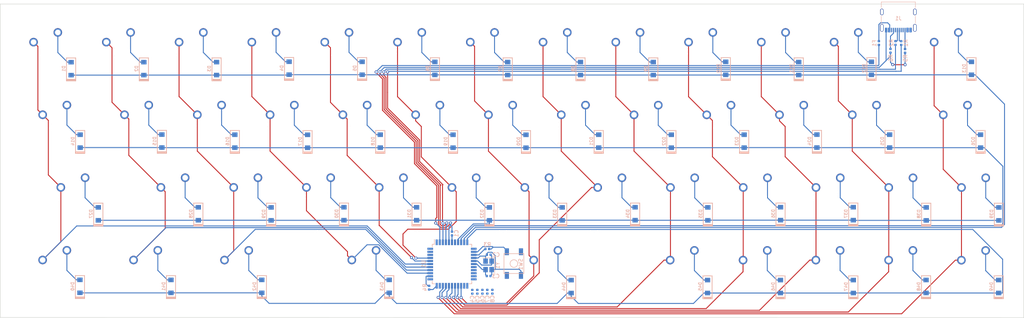
<source format=kicad_pcb>
(kicad_pcb (version 20171130) (host pcbnew "(5.1.5)-3")
  (layers (0 F.Cu signal) (31 B.Cu signal) (34 B.Paste user) (35 F.Paste user) (36 B.SilkS user) (37 F.SilkS user) (38 B.Mask user) (39 F.Mask user) (44 Edge.Cuts user))
  (net 0 "")
  (net 1 +5V)
  (net 2 "Net-(C1-Pad1)")
  (net 3 "Net-(C2-Pad1)")
  (net 4 "Net-(C3-Pad1)")
  (net 5 VCC)
  (net 6 "Net-(D1-Pad1)")
  (net 7 "Net-(D1-Pad2)")
  (net 8 "Net-(D2-Pad2)")
  (net 9 "Net-(D3-Pad2)")
  (net 10 "Net-(D4-Pad2)")
  (net 11 "Net-(D5-Pad2)")
  (net 12 "Net-(D6-Pad2)")
  (net 13 "Net-(D7-Pad2)")
  (net 14 "Net-(D8-Pad2)")
  (net 15 "Net-(D9-Pad2)")
  (net 16 "Net-(D10-Pad2)")
  (net 17 "Net-(D11-Pad2)")
  (net 18 "Net-(D12-Pad2)")
  (net 19 "Net-(D13-Pad2)")
  (net 20 "Net-(D14-Pad2)")
  (net 21 "Net-(D14-Pad1)")
  (net 22 "Net-(D15-Pad2)")
  (net 23 "Net-(D16-Pad2)")
  (net 24 "Net-(D17-Pad2)")
  (net 25 "Net-(D18-Pad2)")
  (net 26 "Net-(D19-Pad2)")
  (net 27 "Net-(D20-Pad2)")
  (net 28 "Net-(D21-Pad2)")
  (net 29 "Net-(D22-Pad2)")
  (net 30 "Net-(D23-Pad2)")
  (net 31 "Net-(D24-Pad2)")
  (net 32 "Net-(D25-Pad2)")
  (net 33 "Net-(D26-Pad2)")
  (net 34 "Net-(D27-Pad1)")
  (net 35 "Net-(D27-Pad2)")
  (net 36 "Net-(D28-Pad2)")
  (net 37 "Net-(D29-Pad2)")
  (net 38 "Net-(D30-Pad2)")
  (net 39 "Net-(D31-Pad2)")
  (net 40 "Net-(D32-Pad2)")
  (net 41 "Net-(D33-Pad2)")
  (net 42 "Net-(D34-Pad2)")
  (net 43 "Net-(D35-Pad2)")
  (net 44 "Net-(D36-Pad2)")
  (net 45 "Net-(D37-Pad2)")
  (net 46 "Net-(D38-Pad2)")
  (net 47 "Net-(D39-Pad2)")
  (net 48 "Net-(D40-Pad1)")
  (net 49 "Net-(D40-Pad2)")
  (net 50 "Net-(D41-Pad2)")
  (net 51 "Net-(D42-Pad2)")
  (net 52 "Net-(D43-Pad2)")
  (net 53 "Net-(D44-Pad2)")
  (net 54 "Net-(D45-Pad2)")
  (net 55 "Net-(D46-Pad2)")
  (net 56 "Net-(D47-Pad2)")
  (net 57 "Net-(D48-Pad2)")
  (net 58 "Net-(D49-Pad2)")
  (net 59 "Net-(K1-Pad1)")
  (net 60 "Net-(K10-Pad1)")
  (net 61 "Net-(K11-Pad1)")
  (net 62 "Net-(K12-Pad1)")
  (net 63 "Net-(K13-Pad1)")
  (net 64 "Net-(R1-Pad1)")
  (net 65 "Net-(R2-Pad1)")
  (net 66 "Net-(R3-Pad1)")
  (net 67 "Net-(R4-Pad2)")
  (net 68 "Net-(U1-Pad1)")
  (net 69 "Net-(U1-Pad12)")
  (net 70 "Net-(U1-Pad18)")
  (net 71 "Net-(U1-Pad19)")
  (net 72 "Net-(U1-Pad20)")
  (net 73 "Net-(U1-Pad21)")
  (net 74 "Net-(U1-Pad22)")
  (net 75 "Net-(U1-Pad32)")
  (net 76 "Net-(U1-Pad42)")
  (net 77 "Net-(K2-Pad1)")
  (net 78 "Net-(K3-Pad1)")
  (net 79 "Net-(K4-Pad1)")
  (net 80 "Net-(K5-Pad1)")
  (net 81 "Net-(K6-Pad1)")
  (net 82 "Net-(K7-Pad1)")
  (net 83 "Net-(K8-Pad1)")
  (net 84 "Net-(K9-Pad1)")
  (net 85 "Net-(F1-Pad1)")
  (net 86 "Net-(F1-Pad2)")
  (net 87 "Net-(J1-PadB7)")
  (net 88 "Net-(J1-PadA6)")
  (net 89 "Net-(J1-PadA7)")
  (net 90 "Net-(J1-PadB8)")
  (net 91 "Net-(J1-PadA5)")
  (net 92 "Net-(J1-PadA8)")
  (net 93 "Net-(J1-PadB6)")
  (net 94 "Net-(J1-PadB5)")
  (net 95 "Net-(K14-Pad1)")
  (net 96 "Net-(K15-Pad1)")
  (net 97 "Net-(K16-Pad1)")
  (net 98 "Net-(K17-Pad1)")
  (net 99 "Net-(K18-Pad1)")
  (net 100 "Net-(K19-Pad1)")
  (net 101 "Net-(K20-Pad1)")
  (net 102 "Net-(K21-Pad1)")
  (net 103 "Net-(K22-Pad1)")
  (net 104 "Net-(K23-Pad1)")
  (net 105 "Net-(K24-Pad1)")
  (net 106 "Net-(K25-Pad1)")
  (net 107 "Net-(K26-Pad1)")
  (net 108 "Net-(K27-Pad1)")
  (net 109 "Net-(K28-Pad1)")
  (net 110 "Net-(K29-Pad1)")
  (net 111 "Net-(K30-Pad1)")
  (net 112 "Net-(K31-Pad1)")
  (net 113 "Net-(K32-Pad1)")
  (net 114 "Net-(K33-Pad1)")
  (net 115 "Net-(K34-Pad1)")
  (net 116 "Net-(K35-Pad1)")
  (net 117 "Net-(K36-Pad1)")
  (net 118 "Net-(K37-Pad1)")
  (net 119 "Net-(K38-Pad1)")
  (net 120 "Net-(K39-Pad1)")
  (net 121 "Net-(K40-Pad1)")
  (net 122 "Net-(K41-Pad1)")
  (net 123 "Net-(K42-Pad1)")
  (net 124 "Net-(K43-Pad1)")
  (net 125 "Net-(K44-Pad1)")
  (net 126 "Net-(K45-Pad1)")
  (net 127 "Net-(K46-Pad1)")
  (net 128 "Net-(K47-Pad1)")
  (net 129 "Net-(K48-Pad1)")
  (net 130 "Net-(K49-Pad1)")
  (net 131 "Net-(U1-Pad8)")
  (net 132 "Net-(U1-Pad9)")
  (net 133 "Net-(U1-Pad10)")
  (net 134 "Net-(U1-Pad11)")
  (net 135 "Net-(U1-Pad25)")
  (net 136 "Net-(U1-Pad26)")
  (net 137 "Net-(U1-Pad27)")
  (net 138 "Net-(U1-Pad28)")
  (net 139 "Net-(U1-Pad29)")
  (net 140 "Net-(U1-Pad30)")
  (net 141 "Net-(U1-Pad31)")
  (net 142 "Net-(U1-Pad36)")
  (net 143 "Net-(U1-Pad37)")
  (net 144 "Net-(U1-Pad38)")
  (net 145 "Net-(U1-Pad39)")
  (net 146 "Net-(U1-Pad40)")
  (net 147 "Net-(U1-Pad41)")
  (module Connector_USB:USB_C_Receptacle_Palconn_UTC16-G (layer B.Cu) (at 249.92 39.37)
    (fp_text reference J1 (at 0.01 -0.55) (layer B.SilkS) (effects (justify mirror)))
    (fp_text value USB_C_Receptacle_USB2.0)
    (pad A12 smd rect (at 3.2 2.51) (size 0.6 1.16) (layers B.Cu B.Paste B.Mask) (net 1 +5V))
    (pad A9 smd rect (at 2.4 2.51) (size 0.6 1.16) (layers B.Cu B.Paste B.Mask) (net 86 "Net-(F1-Pad2)"))
    (pad B1 smd rect (at 3.2 2.51) (size 0.6 1.16) (layers B.Cu B.Paste B.Mask) (net 1 +5V))
    (pad B4 smd rect (at 2.4 2.51) (size 0.6 1.16) (layers B.Cu B.Paste B.Mask) (net 86 "Net-(F1-Pad2)"))
    (pad B12 smd rect (at -3.2 2.51) (size 0.6 1.16) (layers B.Cu B.Paste B.Mask) (net 1 +5V))
    (pad A1 smd rect (at -3.2 2.51) (size 0.6 1.16) (layers B.Cu B.Paste B.Mask) (net 1 +5V))
    (pad B9 smd rect (at -2.4 2.51) (size 0.6 1.16) (layers B.Cu B.Paste B.Mask) (net 86 "Net-(F1-Pad2)"))
    (pad A4 smd rect (at -2.4 2.51) (size 0.6 1.16) (layers B.Cu B.Paste B.Mask) (net 86 "Net-(F1-Pad2)"))
    (pad "" np_thru_hole circle (at -2.89 1.45 180) (size 0.6 0.6) (drill 0.6) (layers *.Cu *.Mask))
    (pad "" np_thru_hole circle (at 2.89 1.45 180) (size 0.6 0.6) (drill 0.6) (layers *.Cu *.Mask))
    (pad B5 smd rect (at 1.75 2.51 180) (size 0.3 1.16) (layers B.Cu B.Paste B.Mask) (net 94 "Net-(J1-PadB5)"))
    (pad B6 smd rect (at 0.75 2.51 180) (size 0.3 1.16) (layers B.Cu B.Paste B.Mask) (net 93 "Net-(J1-PadB6)"))
    (pad A8 smd rect (at 1.25 2.51 180) (size 0.3 1.16) (layers B.Cu B.Paste B.Mask) (net 92 "Net-(J1-PadA8)"))
    (pad A5 smd rect (at -1.25 2.51 180) (size 0.3 1.16) (layers B.Cu B.Paste B.Mask) (net 91 "Net-(J1-PadA5)"))
    (pad B8 smd rect (at -1.75 2.51 180) (size 0.3 1.16) (layers B.Cu B.Paste B.Mask) (net 90 "Net-(J1-PadB8)"))
    (pad A7 smd rect (at 0.25 2.51 180) (size 0.3 1.16) (layers B.Cu B.Paste B.Mask) (net 89 "Net-(J1-PadA7)"))
    (pad A6 smd rect (at -0.25 2.51 180) (size 0.3 1.16) (layers B.Cu B.Paste B.Mask) (net 88 "Net-(J1-PadA6)"))
    (pad B7 smd rect (at -0.75 2.51 180) (size 0.3 1.16) (layers B.Cu B.Paste B.Mask) (net 87 "Net-(J1-PadB7)"))
    (pad S1 thru_hole oval (at 4.32 -2.24 270) (size 1.7 0.9) (drill oval 1.4 0.6) (layers *.Cu *.Mask) (net 1 +5V))
    (pad S1 thru_hole oval (at -4.32 -2.24 270) (size 1.7 0.9) (drill oval 1.4 0.6) (layers *.Cu *.Mask) (net 1 +5V))
    (pad S1 thru_hole oval (at 4.32 1.93 270) (size 2 0.9) (drill oval 1.7 0.6) (layers *.Cu *.Mask) (net 1 +5V))
    (pad S1 thru_hole oval (at -4.32 1.93 270) (size 2 0.9) (drill oval 1.7 0.6) (layers *.Cu *.Mask) (net 1 +5V))
  )
  (module MX_Only:MXOnly-2.75U-ReversedStabilizers-NoLED (layer F.Cu) (at 158.26 104.75)
    (fp_text reference K44)
    (fp_text value KEYSW)
    (pad 2 thru_hole circle (at 2.54 -5.08) (size 2.25 2.25) (drill 1.47) (layers *.Cu B.Mask) (net 53 "Net-(D44-Pad2)"))
    (pad "" np_thru_hole circle (at 0 0) (size 3.9878 3.9878) (drill 3.9878) (layers *.Cu *.Mask))
    (pad 1 thru_hole circle (at -3.81 -2.54) (size 2.25 2.25) (drill 1.47) (layers *.Cu B.Mask) (net 125 "Net-(K44-Pad1)"))
    (pad "" np_thru_hole circle (at -5.08 0 48.0996) (size 1.75 1.75) (drill 1.75) (layers *.Cu *.Mask))
    (pad "" np_thru_hole circle (at 5.08 0 48.0996) (size 1.75 1.75) (drill 1.75) (layers *.Cu *.Mask))
    (pad "" np_thru_hole circle (at -11.90625 6.985) (size 3.048 3.048) (drill 3.048) (layers *.Cu *.Mask))
    (pad "" np_thru_hole circle (at 11.90625 6.985) (size 3.048 3.048) (drill 3.048) (layers *.Cu *.Mask))
    (pad "" np_thru_hole circle (at -11.90625 -8.255) (size 3.9878 3.9878) (drill 3.9878) (layers *.Cu *.Mask))
    (pad "" np_thru_hole circle (at 11.90625 -8.255) (size 3.9878 3.9878) (drill 3.9878) (layers *.Cu *.Mask))
  )
  (module Capacitor_SMD:C_0402_1005Metric (layer B.Cu) (at 138.365001 110.525001 90)
    (fp_text reference C4 (at -1.914999 -0.005001 90) (layer B.SilkS) (effects (justify mirror)))
    (fp_text value 0.1u)
    (pad 1 smd roundrect (at -0.485 0 90) (size 0.59 0.64) (layers B.Cu B.Paste B.Mask) (net 5 VCC))
    (pad 2 smd roundrect (at 0.485 0 90) (size 0.59 0.64) (layers B.Cu B.Paste B.Mask) (net 1 +5V))
  )
  (module random-keyboard-parts:SKQG-1155865 (layer B.Cu) (at 149.26 103.13 270)
    (fp_text reference SW1 (at 0.18 -1.79 90) (layer B.SilkS) (effects (justify mirror)))
    (fp_text value SW_PUSH)
    (pad 4 smd rect (at -3.1 -1.85 270) (size 1.8 1.1) (layers B.Cu B.Paste B.Mask))
    (pad 3 smd rect (at 3.1 1.85 270) (size 1.8 1.1) (layers B.Cu B.Paste B.Mask))
    (pad 2 smd rect (at -3.1 1.85 270) (size 1.8 1.1) (layers B.Cu B.Paste B.Mask) (net 66 "Net-(R3-Pad1)"))
    (pad 1 smd rect (at 3.1 -1.85 270) (size 1.8 1.1) (layers B.Cu B.Paste B.Mask) (net 1 +5V))
  )
  (module MX_Only:MXOnly-2.25U-ReversedStabilizers-NoLED (layer F.Cu) (at 110.63 104.73)
    (fp_text reference K43)
    (fp_text value KEYSW)
    (pad 2 thru_hole circle (at 2.54 -5.08) (size 2.25 2.25) (drill 1.47) (layers *.Cu B.Mask) (net 52 "Net-(D43-Pad2)"))
    (pad "" np_thru_hole circle (at 0 0) (size 3.9878 3.9878) (drill 3.9878) (layers *.Cu *.Mask))
    (pad 1 thru_hole circle (at -3.81 -2.54) (size 2.25 2.25) (drill 1.47) (layers *.Cu B.Mask) (net 124 "Net-(K43-Pad1)"))
    (pad "" np_thru_hole circle (at -5.08 0 48.0996) (size 1.75 1.75) (drill 1.75) (layers *.Cu *.Mask))
    (pad "" np_thru_hole circle (at 5.08 0 48.0996) (size 1.75 1.75) (drill 1.75) (layers *.Cu *.Mask))
    (pad "" np_thru_hole circle (at -11.90625 6.985) (size 3.048 3.048) (drill 3.048) (layers *.Cu *.Mask))
    (pad "" np_thru_hole circle (at 11.90625 6.985) (size 3.048 3.048) (drill 3.048) (layers *.Cu *.Mask))
    (pad "" np_thru_hole circle (at -11.90625 -8.255) (size 3.9878 3.9878) (drill 3.9878) (layers *.Cu *.Mask))
    (pad "" np_thru_hole circle (at 11.90625 -8.255) (size 3.9878 3.9878) (drill 3.9878) (layers *.Cu *.Mask))
  )
  (module Capacitor_SMD:C_0402_1005Metric (layer B.Cu) (at 133.04 95.245 90)
    (fp_text reference C1 (at 0 1.17 270) (layer B.SilkS) (effects (justify mirror)))
    (fp_text value 1u)
    (pad 2 smd roundrect (at 0.485 0 90) (size 0.59 0.64) (layers B.Cu B.Paste B.Mask) (net 1 +5V))
    (pad 1 smd roundrect (at -0.485 0 90) (size 0.59 0.64) (layers B.Cu B.Paste B.Mask) (net 2 "Net-(C1-Pad1)"))
  )
  (module Capacitor_SMD:C_0402_1005Metric (layer B.Cu) (at 142.67 100.82 180)
    (fp_text reference C2 (at -1.93 0) (layer B.SilkS) (effects (justify mirror)))
    (fp_text value 22pF)
    (pad 2 smd roundrect (at 0.485 0 180) (size 0.59 0.64) (layers B.Cu B.Paste B.Mask) (net 1 +5V))
    (pad 1 smd roundrect (at -0.485 0 180) (size 0.59 0.64) (layers B.Cu B.Paste B.Mask) (net 3 "Net-(C2-Pad1)"))
  )
  (module Capacitor_SMD:C_0402_1005Metric (layer B.Cu) (at 142.64 106.39)
    (fp_text reference C3 (at 1.91 0.04) (layer B.SilkS) (effects (justify mirror)))
    (fp_text value 22pF)
    (pad 1 smd roundrect (at -0.485 0) (size 0.59 0.64) (layers B.Cu B.Paste B.Mask) (net 4 "Net-(C3-Pad1)"))
    (pad 2 smd roundrect (at 0.485 0) (size 0.59 0.64) (layers B.Cu B.Paste B.Mask) (net 1 +5V))
  )
  (module Capacitor_SMD:C_0402_1005Metric (layer B.Cu) (at 139.68 110.52 90)
    (fp_text reference C5 (at -1.924999 -0.005001 90) (layer B.SilkS) (effects (justify mirror)))
    (fp_text value 0.1u)
    (pad 2 smd roundrect (at 0.485 0 90) (size 0.59 0.64) (layers B.Cu B.Paste B.Mask) (net 1 +5V))
    (pad 1 smd roundrect (at -0.485 0 90) (size 0.59 0.64) (layers B.Cu B.Paste B.Mask) (net 5 VCC))
  )
  (module Capacitor_SMD:C_0402_1005Metric (layer B.Cu) (at 141.01 110.52 90)
    (fp_text reference C6 (at -1.894999 0.004999 90) (layer B.SilkS) (effects (justify mirror)))
    (fp_text value 0.1u)
    (pad 1 smd roundrect (at -0.485 0 90) (size 0.59 0.64) (layers B.Cu B.Paste B.Mask) (net 5 VCC))
    (pad 2 smd roundrect (at 0.485 0 90) (size 0.59 0.64) (layers B.Cu B.Paste B.Mask) (net 1 +5V))
  )
  (module Capacitor_SMD:C_0402_1005Metric (layer B.Cu) (at 142.29 110.51 90)
    (fp_text reference C7 (at -1.894999 0.014999 90) (layer B.SilkS) (effects (justify mirror)))
    (fp_text value 0.1u)
    (pad 2 smd roundrect (at 0.485 0 90) (size 0.59 0.64) (layers B.Cu B.Paste B.Mask) (net 1 +5V))
    (pad 1 smd roundrect (at -0.485 0 90) (size 0.59 0.64) (layers B.Cu B.Paste B.Mask) (net 5 VCC))
  )
  (module Capacitor_SMD:C_0402_1005Metric (layer B.Cu) (at 143.62 110.51 90)
    (fp_text reference C8 (at -1.88 0.01 90) (layer B.SilkS) (effects (justify mirror)))
    (fp_text value 4.7u)
    (pad 1 smd roundrect (at -0.485 0 90) (size 0.59 0.64) (layers B.Cu B.Paste B.Mask) (net 5 VCC))
    (pad 2 smd roundrect (at 0.485 0 90) (size 0.59 0.64) (layers B.Cu B.Paste B.Mask) (net 1 +5V))
  )
  (module keyboard_parts:D_SOD123 (layer B.Cu) (at 33.32 52.01 90)
    (fp_text reference D1 (at 0 -1.925 90) (layer B.SilkS) (effects (font (size 0.8 0.8)) (justify mirror)))
    (fp_text value D hide)
    (pad 1 smd rect (at -1.7 0 90) (size 1.2 1.4) (layers B.Cu B.Paste B.Mask) (net 6 "Net-(D1-Pad1)"))
    (pad 2 smd rect (at 1.7 0 90) (size 1.2 1.4) (layers B.Cu B.Paste B.Mask) (net 7 "Net-(D1-Pad2)"))
  )
  (module keyboard_parts:D_SOD123 (layer B.Cu) (at 52.37 52 90)
    (fp_text reference D2 (at 0 -1.925 90) (layer B.SilkS) (effects (font (size 0.8 0.8)) (justify mirror)))
    (fp_text value D hide)
    (pad 2 smd rect (at 1.7 0 90) (size 1.2 1.4) (layers B.Cu B.Paste B.Mask) (net 8 "Net-(D2-Pad2)"))
    (pad 1 smd rect (at -1.7 0 90) (size 1.2 1.4) (layers B.Cu B.Paste B.Mask) (net 6 "Net-(D1-Pad1)"))
  )
  (module keyboard_parts:D_SOD123 (layer B.Cu) (at 71.41 51.99 90)
    (fp_text reference D3 (at 0 -1.925 90) (layer B.SilkS) (effects (font (size 0.8 0.8)) (justify mirror)))
    (fp_text value D hide)
    (pad 2 smd rect (at 1.7 0 90) (size 1.2 1.4) (layers B.Cu B.Paste B.Mask) (net 9 "Net-(D3-Pad2)"))
    (pad 1 smd rect (at -1.7 0 90) (size 1.2 1.4) (layers B.Cu B.Paste B.Mask) (net 6 "Net-(D1-Pad1)"))
  )
  (module keyboard_parts:D_SOD123 (layer B.Cu) (at 90.4 51.89 90)
    (fp_text reference D4 (at 0 -1.925 90) (layer B.SilkS) (effects (font (size 0.8 0.8)) (justify mirror)))
    (fp_text value D hide)
    (pad 1 smd rect (at -1.7 0 90) (size 1.2 1.4) (layers B.Cu B.Paste B.Mask) (net 6 "Net-(D1-Pad1)"))
    (pad 2 smd rect (at 1.7 0 90) (size 1.2 1.4) (layers B.Cu B.Paste B.Mask) (net 10 "Net-(D4-Pad2)"))
  )
  (module keyboard_parts:D_SOD123 (layer B.Cu) (at 109.52 51.91 90)
    (fp_text reference D5 (at 0 -1.925 90) (layer B.SilkS) (effects (font (size 0.8 0.8)) (justify mirror)))
    (fp_text value D hide)
    (pad 2 smd rect (at 1.7 0 90) (size 1.2 1.4) (layers B.Cu B.Paste B.Mask) (net 11 "Net-(D5-Pad2)"))
    (pad 1 smd rect (at -1.7 0 90) (size 1.2 1.4) (layers B.Cu B.Paste B.Mask) (net 6 "Net-(D1-Pad1)"))
  )
  (module keyboard_parts:D_SOD123 (layer B.Cu) (at 128.57 51.94 90)
    (fp_text reference D6 (at 0 -1.925 90) (layer B.SilkS) (effects (font (size 0.8 0.8)) (justify mirror)))
    (fp_text value D hide)
    (pad 1 smd rect (at -1.7 0 90) (size 1.2 1.4) (layers B.Cu B.Paste B.Mask) (net 6 "Net-(D1-Pad1)"))
    (pad 2 smd rect (at 1.7 0 90) (size 1.2 1.4) (layers B.Cu B.Paste B.Mask) (net 12 "Net-(D6-Pad2)"))
  )
  (module keyboard_parts:D_SOD123 (layer B.Cu) (at 147.64 51.98 90)
    (fp_text reference D7 (at 0 -1.925 90) (layer B.SilkS) (effects (font (size 0.8 0.8)) (justify mirror)))
    (fp_text value D hide)
    (pad 2 smd rect (at 1.7 0 90) (size 1.2 1.4) (layers B.Cu B.Paste B.Mask) (net 13 "Net-(D7-Pad2)"))
    (pad 1 smd rect (at -1.7 0 90) (size 1.2 1.4) (layers B.Cu B.Paste B.Mask) (net 6 "Net-(D1-Pad1)"))
  )
  (module keyboard_parts:D_SOD123 (layer B.Cu) (at 166.7 51.98 90)
    (fp_text reference D8 (at 0 -1.925 90) (layer B.SilkS) (effects (font (size 0.8 0.8)) (justify mirror)))
    (fp_text value D hide)
    (pad 1 smd rect (at -1.7 0 90) (size 1.2 1.4) (layers B.Cu B.Paste B.Mask) (net 6 "Net-(D1-Pad1)"))
    (pad 2 smd rect (at 1.7 0 90) (size 1.2 1.4) (layers B.Cu B.Paste B.Mask) (net 14 "Net-(D8-Pad2)"))
  )
  (module keyboard_parts:D_SOD123 (layer B.Cu) (at 185.75 51.98 90)
    (fp_text reference D9 (at 0 -1.925 90) (layer B.SilkS) (effects (font (size 0.8 0.8)) (justify mirror)))
    (fp_text value D hide)
    (pad 2 smd rect (at 1.7 0 90) (size 1.2 1.4) (layers B.Cu B.Paste B.Mask) (net 15 "Net-(D9-Pad2)"))
    (pad 1 smd rect (at -1.7 0 90) (size 1.2 1.4) (layers B.Cu B.Paste B.Mask) (net 6 "Net-(D1-Pad1)"))
  )
  (module keyboard_parts:D_SOD123 (layer B.Cu) (at 204.73 51.92 90)
    (fp_text reference D10 (at 0 -1.925 90) (layer B.SilkS) (effects (font (size 0.8 0.8)) (justify mirror)))
    (fp_text value D hide)
    (pad 1 smd rect (at -1.7 0 90) (size 1.2 1.4) (layers B.Cu B.Paste B.Mask) (net 6 "Net-(D1-Pad1)"))
    (pad 2 smd rect (at 1.7 0 90) (size 1.2 1.4) (layers B.Cu B.Paste B.Mask) (net 16 "Net-(D10-Pad2)"))
  )
  (module keyboard_parts:D_SOD123 (layer B.Cu) (at 223.84 51.98 90)
    (fp_text reference D11 (at 0 -1.925 90) (layer B.SilkS) (effects (font (size 0.8 0.8)) (justify mirror)))
    (fp_text value D hide)
    (pad 1 smd rect (at -1.7 0 90) (size 1.2 1.4) (layers B.Cu B.Paste B.Mask) (net 6 "Net-(D1-Pad1)"))
    (pad 2 smd rect (at 1.7 0 90) (size 1.2 1.4) (layers B.Cu B.Paste B.Mask) (net 17 "Net-(D11-Pad2)"))
  )
  (module keyboard_parts:D_SOD123 (layer B.Cu) (at 242.88 51.92 90)
    (fp_text reference D12 (at 0 -1.925 90) (layer B.SilkS) (effects (font (size 0.8 0.8)) (justify mirror)))
    (fp_text value D hide)
    (pad 1 smd rect (at -1.7 0 90) (size 1.2 1.4) (layers B.Cu B.Paste B.Mask) (net 6 "Net-(D1-Pad1)"))
    (pad 2 smd rect (at 1.7 0 90) (size 1.2 1.4) (layers B.Cu B.Paste B.Mask) (net 18 "Net-(D12-Pad2)"))
  )
  (module keyboard_parts:D_SOD123 (layer B.Cu) (at 269.07 51.92 90)
    (fp_text reference D13 (at 0 -1.925 90) (layer B.SilkS) (effects (font (size 0.8 0.8)) (justify mirror)))
    (fp_text value D hide)
    (pad 2 smd rect (at 1.7 0 90) (size 1.2 1.4) (layers B.Cu B.Paste B.Mask) (net 19 "Net-(D13-Pad2)"))
    (pad 1 smd rect (at -1.7 0 90) (size 1.2 1.4) (layers B.Cu B.Paste B.Mask) (net 6 "Net-(D1-Pad1)"))
  )
  (module keyboard_parts:D_SOD123 (layer B.Cu) (at 35.69 71.03 90)
    (fp_text reference D14 (at 0 -1.925 90) (layer B.SilkS) (effects (font (size 0.8 0.8)) (justify mirror)))
    (fp_text value D hide)
    (pad 2 smd rect (at 1.7 0 90) (size 1.2 1.4) (layers B.Cu B.Paste B.Mask) (net 20 "Net-(D14-Pad2)"))
    (pad 1 smd rect (at -1.7 0 90) (size 1.2 1.4) (layers B.Cu B.Paste B.Mask) (net 21 "Net-(D14-Pad1)"))
  )
  (module keyboard_parts:D_SOD123 (layer B.Cu) (at 57.09 71 90)
    (fp_text reference D15 (at 0 -1.925 90) (layer B.SilkS) (effects (font (size 0.8 0.8)) (justify mirror)))
    (fp_text value D hide)
    (pad 2 smd rect (at 1.7 0 90) (size 1.2 1.4) (layers B.Cu B.Paste B.Mask) (net 22 "Net-(D15-Pad2)"))
    (pad 1 smd rect (at -1.7 0 90) (size 1.2 1.4) (layers B.Cu B.Paste B.Mask) (net 21 "Net-(D14-Pad1)"))
  )
  (module keyboard_parts:D_SOD123 (layer B.Cu) (at 76.19 71.03 90)
    (fp_text reference D16 (at 0 -1.925 90) (layer B.SilkS) (effects (font (size 0.8 0.8)) (justify mirror)))
    (fp_text value D hide)
    (pad 2 smd rect (at 1.7 0 90) (size 1.2 1.4) (layers B.Cu B.Paste B.Mask) (net 23 "Net-(D16-Pad2)"))
    (pad 1 smd rect (at -1.7 0 90) (size 1.2 1.4) (layers B.Cu B.Paste B.Mask) (net 21 "Net-(D14-Pad1)"))
  )
  (module keyboard_parts:D_SOD123 (layer B.Cu) (at 95.23 71.05 90)
    (fp_text reference D17 (at 0 -1.925 90) (layer B.SilkS) (effects (font (size 0.8 0.8)) (justify mirror)))
    (fp_text value D hide)
    (pad 1 smd rect (at -1.7 0 90) (size 1.2 1.4) (layers B.Cu B.Paste B.Mask) (net 21 "Net-(D14-Pad1)"))
    (pad 2 smd rect (at 1.7 0 90) (size 1.2 1.4) (layers B.Cu B.Paste B.Mask) (net 24 "Net-(D17-Pad2)"))
  )
  (module keyboard_parts:D_SOD123 (layer B.Cu) (at 114.27 71.03 90)
    (fp_text reference D18 (at 0 -1.925 90) (layer B.SilkS) (effects (font (size 0.8 0.8)) (justify mirror)))
    (fp_text value D hide)
    (pad 2 smd rect (at 1.7 0 90) (size 1.2 1.4) (layers B.Cu B.Paste B.Mask) (net 25 "Net-(D18-Pad2)"))
    (pad 1 smd rect (at -1.7 0 90) (size 1.2 1.4) (layers B.Cu B.Paste B.Mask) (net 21 "Net-(D14-Pad1)"))
  )
  (module keyboard_parts:D_SOD123 (layer B.Cu) (at 133.33 71.04 90)
    (fp_text reference D19 (at 0 -1.925 90) (layer B.SilkS) (effects (font (size 0.8 0.8)) (justify mirror)))
    (fp_text value D hide)
    (pad 1 smd rect (at -1.7 0 90) (size 1.2 1.4) (layers B.Cu B.Paste B.Mask) (net 21 "Net-(D14-Pad1)"))
    (pad 2 smd rect (at 1.7 0 90) (size 1.2 1.4) (layers B.Cu B.Paste B.Mask) (net 26 "Net-(D19-Pad2)"))
  )
  (module keyboard_parts:D_SOD123 (layer B.Cu) (at 152.42 71.05 90)
    (fp_text reference D20 (at 0 -1.925 90) (layer B.SilkS) (effects (font (size 0.8 0.8)) (justify mirror)))
    (fp_text value D hide)
    (pad 2 smd rect (at 1.7 0 90) (size 1.2 1.4) (layers B.Cu B.Paste B.Mask) (net 27 "Net-(D20-Pad2)"))
    (pad 1 smd rect (at -1.7 0 90) (size 1.2 1.4) (layers B.Cu B.Paste B.Mask) (net 21 "Net-(D14-Pad1)"))
  )
  (module keyboard_parts:D_SOD123 (layer B.Cu) (at 171.47 71.03 90)
    (fp_text reference D21 (at 0 -1.925 90) (layer B.SilkS) (effects (font (size 0.8 0.8)) (justify mirror)))
    (fp_text value D hide)
    (pad 1 smd rect (at -1.7 0 90) (size 1.2 1.4) (layers B.Cu B.Paste B.Mask) (net 21 "Net-(D14-Pad1)"))
    (pad 2 smd rect (at 1.7 0 90) (size 1.2 1.4) (layers B.Cu B.Paste B.Mask) (net 28 "Net-(D21-Pad2)"))
  )
  (module keyboard_parts:D_SOD123 (layer B.Cu) (at 190.49 71.04 90)
    (fp_text reference D22 (at 0 -1.925 90) (layer B.SilkS) (effects (font (size 0.8 0.8)) (justify mirror)))
    (fp_text value D hide)
    (pad 2 smd rect (at 1.7 0 90) (size 1.2 1.4) (layers B.Cu B.Paste B.Mask) (net 29 "Net-(D22-Pad2)"))
    (pad 1 smd rect (at -1.7 0 90) (size 1.2 1.4) (layers B.Cu B.Paste B.Mask) (net 21 "Net-(D14-Pad1)"))
  )
  (module keyboard_parts:D_SOD123 (layer B.Cu) (at 209.55 71.03 90)
    (fp_text reference D23 (at 0 -1.925 90) (layer B.SilkS) (effects (font (size 0.8 0.8)) (justify mirror)))
    (fp_text value D hide)
    (pad 1 smd rect (at -1.7 0 90) (size 1.2 1.4) (layers B.Cu B.Paste B.Mask) (net 21 "Net-(D14-Pad1)"))
    (pad 2 smd rect (at 1.7 0 90) (size 1.2 1.4) (layers B.Cu B.Paste B.Mask) (net 30 "Net-(D23-Pad2)"))
  )
  (module keyboard_parts:D_SOD123 (layer B.Cu) (at 228.6 71.01 90)
    (fp_text reference D24 (at 0 -1.925 90) (layer B.SilkS) (effects (font (size 0.8 0.8)) (justify mirror)))
    (fp_text value D hide)
    (pad 2 smd rect (at 1.7 0 90) (size 1.2 1.4) (layers B.Cu B.Paste B.Mask) (net 31 "Net-(D24-Pad2)"))
    (pad 1 smd rect (at -1.7 0 90) (size 1.2 1.4) (layers B.Cu B.Paste B.Mask) (net 21 "Net-(D14-Pad1)"))
  )
  (module keyboard_parts:D_SOD123 (layer B.Cu) (at 247.64 71.02 90)
    (fp_text reference D25 (at 0 -1.925 90) (layer B.SilkS) (effects (font (size 0.8 0.8)) (justify mirror)))
    (fp_text value D hide)
    (pad 1 smd rect (at -1.7 0 90) (size 1.2 1.4) (layers B.Cu B.Paste B.Mask) (net 21 "Net-(D14-Pad1)"))
    (pad 2 smd rect (at 1.7 0 90) (size 1.2 1.4) (layers B.Cu B.Paste B.Mask) (net 32 "Net-(D25-Pad2)"))
  )
  (module keyboard_parts:D_SOD123 (layer B.Cu) (at 271.45 71.03 90)
    (fp_text reference D26 (at 0 -1.925 90) (layer B.SilkS) (effects (font (size 0.8 0.8)) (justify mirror)))
    (fp_text value D hide)
    (pad 2 smd rect (at 1.7 0 90) (size 1.2 1.4) (layers B.Cu B.Paste B.Mask) (net 33 "Net-(D26-Pad2)"))
    (pad 1 smd rect (at -1.7 0 90) (size 1.2 1.4) (layers B.Cu B.Paste B.Mask) (net 21 "Net-(D14-Pad1)"))
  )
  (module keyboard_parts:D_SOD123 (layer B.Cu) (at 40.44 90.08 90)
    (fp_text reference D27 (at 0 -1.925 90) (layer B.SilkS) (effects (font (size 0.8 0.8)) (justify mirror)))
    (fp_text value D hide)
    (pad 1 smd rect (at -1.7 0 90) (size 1.2 1.4) (layers B.Cu B.Paste B.Mask) (net 34 "Net-(D27-Pad1)"))
    (pad 2 smd rect (at 1.7 0 90) (size 1.2 1.4) (layers B.Cu B.Paste B.Mask) (net 35 "Net-(D27-Pad2)"))
  )
  (module keyboard_parts:D_SOD123 (layer B.Cu) (at 66.63 90.06 90)
    (fp_text reference D28 (at 0 -1.925 90) (layer B.SilkS) (effects (font (size 0.8 0.8)) (justify mirror)))
    (fp_text value D hide)
    (pad 2 smd rect (at 1.7 0 90) (size 1.2 1.4) (layers B.Cu B.Paste B.Mask) (net 36 "Net-(D28-Pad2)"))
    (pad 1 smd rect (at -1.7 0 90) (size 1.2 1.4) (layers B.Cu B.Paste B.Mask) (net 34 "Net-(D27-Pad1)"))
  )
  (module keyboard_parts:D_SOD123 (layer B.Cu) (at 85.69 90.09 90)
    (fp_text reference D29 (at 0 -1.925 90) (layer B.SilkS) (effects (font (size 0.8 0.8)) (justify mirror)))
    (fp_text value D hide)
    (pad 2 smd rect (at 1.7 0 90) (size 1.2 1.4) (layers B.Cu B.Paste B.Mask) (net 37 "Net-(D29-Pad2)"))
    (pad 1 smd rect (at -1.7 0 90) (size 1.2 1.4) (layers B.Cu B.Paste B.Mask) (net 34 "Net-(D27-Pad1)"))
  )
  (module keyboard_parts:D_SOD123 (layer B.Cu) (at 104.76 90.05 90)
    (fp_text reference D30 (at 0 -1.925 90) (layer B.SilkS) (effects (font (size 0.8 0.8)) (justify mirror)))
    (fp_text value D hide)
    (pad 1 smd rect (at -1.7 0 90) (size 1.2 1.4) (layers B.Cu B.Paste B.Mask) (net 34 "Net-(D27-Pad1)"))
    (pad 2 smd rect (at 1.7 0 90) (size 1.2 1.4) (layers B.Cu B.Paste B.Mask) (net 38 "Net-(D30-Pad2)"))
  )
  (module keyboard_parts:D_SOD123 (layer B.Cu) (at 123.78 90.06 90)
    (fp_text reference D31 (at 0 -1.925 90) (layer B.SilkS) (effects (font (size 0.8 0.8)) (justify mirror)))
    (fp_text value D hide)
    (pad 1 smd rect (at -1.7 0 90) (size 1.2 1.4) (layers B.Cu B.Paste B.Mask) (net 34 "Net-(D27-Pad1)"))
    (pad 2 smd rect (at 1.7 0 90) (size 1.2 1.4) (layers B.Cu B.Paste B.Mask) (net 39 "Net-(D31-Pad2)"))
  )
  (module keyboard_parts:D_SOD123 (layer B.Cu) (at 142.85 90.09 90)
    (fp_text reference D32 (at 0 -1.925 90) (layer B.SilkS) (effects (font (size 0.8 0.8)) (justify mirror)))
    (fp_text value D hide)
    (pad 2 smd rect (at 1.7 0 90) (size 1.2 1.4) (layers B.Cu B.Paste B.Mask) (net 40 "Net-(D32-Pad2)"))
    (pad 1 smd rect (at -1.7 0 90) (size 1.2 1.4) (layers B.Cu B.Paste B.Mask) (net 34 "Net-(D27-Pad1)"))
  )
  (module keyboard_parts:D_SOD123 (layer B.Cu) (at 161.9 90.09 90)
    (fp_text reference D33 (at 0 -1.925 90) (layer B.SilkS) (effects (font (size 0.8 0.8)) (justify mirror)))
    (fp_text value D hide)
    (pad 1 smd rect (at -1.7 0 90) (size 1.2 1.4) (layers B.Cu B.Paste B.Mask) (net 34 "Net-(D27-Pad1)"))
    (pad 2 smd rect (at 1.7 0 90) (size 1.2 1.4) (layers B.Cu B.Paste B.Mask) (net 41 "Net-(D33-Pad2)"))
  )
  (module keyboard_parts:D_SOD123 (layer B.Cu) (at 181 90.05 90)
    (fp_text reference D34 (at 0 -1.925 90) (layer B.SilkS) (effects (font (size 0.8 0.8)) (justify mirror)))
    (fp_text value D hide)
    (pad 2 smd rect (at 1.7 0 90) (size 1.2 1.4) (layers B.Cu B.Paste B.Mask) (net 42 "Net-(D34-Pad2)"))
    (pad 1 smd rect (at -1.7 0 90) (size 1.2 1.4) (layers B.Cu B.Paste B.Mask) (net 34 "Net-(D27-Pad1)"))
  )
  (module keyboard_parts:D_SOD123 (layer B.Cu) (at 200.04 90.08 90)
    (fp_text reference D35 (at 0 -1.925 90) (layer B.SilkS) (effects (font (size 0.8 0.8)) (justify mirror)))
    (fp_text value D hide)
    (pad 1 smd rect (at -1.7 0 90) (size 1.2 1.4) (layers B.Cu B.Paste B.Mask) (net 34 "Net-(D27-Pad1)"))
    (pad 2 smd rect (at 1.7 0 90) (size 1.2 1.4) (layers B.Cu B.Paste B.Mask) (net 43 "Net-(D35-Pad2)"))
  )
  (module keyboard_parts:D_SOD123 (layer B.Cu) (at 219.08 90.04 90)
    (fp_text reference D36 (at 0 -1.925 90) (layer B.SilkS) (effects (font (size 0.8 0.8)) (justify mirror)))
    (fp_text value D hide)
    (pad 2 smd rect (at 1.7 0 90) (size 1.2 1.4) (layers B.Cu B.Paste B.Mask) (net 44 "Net-(D36-Pad2)"))
    (pad 1 smd rect (at -1.7 0 90) (size 1.2 1.4) (layers B.Cu B.Paste B.Mask) (net 34 "Net-(D27-Pad1)"))
  )
  (module keyboard_parts:D_SOD123 (layer B.Cu) (at 238.12 90.04 90)
    (fp_text reference D37 (at 0 -1.925 90) (layer B.SilkS) (effects (font (size 0.8 0.8)) (justify mirror)))
    (fp_text value D hide)
    (pad 1 smd rect (at -1.7 0 90) (size 1.2 1.4) (layers B.Cu B.Paste B.Mask) (net 34 "Net-(D27-Pad1)"))
    (pad 2 smd rect (at 1.7 0 90) (size 1.2 1.4) (layers B.Cu B.Paste B.Mask) (net 45 "Net-(D37-Pad2)"))
  )
  (module keyboard_parts:D_SOD123 (layer B.Cu) (at 257.22 90.1 90)
    (fp_text reference D38 (at 0 -1.925 90) (layer B.SilkS) (effects (font (size 0.8 0.8)) (justify mirror)))
    (fp_text value D hide)
    (pad 2 smd rect (at 1.7 0 90) (size 1.2 1.4) (layers B.Cu B.Paste B.Mask) (net 46 "Net-(D38-Pad2)"))
    (pad 1 smd rect (at -1.7 0 90) (size 1.2 1.4) (layers B.Cu B.Paste B.Mask) (net 34 "Net-(D27-Pad1)"))
  )
  (module keyboard_parts:D_SOD123 (layer B.Cu) (at 276.25 90.1 90)
    (fp_text reference D39 (at 0 -1.925 90) (layer B.SilkS) (effects (font (size 0.8 0.8)) (justify mirror)))
    (fp_text value D hide)
    (pad 1 smd rect (at -1.7 0 90) (size 1.2 1.4) (layers B.Cu B.Paste B.Mask) (net 34 "Net-(D27-Pad1)"))
    (pad 2 smd rect (at 1.7 0 90) (size 1.2 1.4) (layers B.Cu B.Paste B.Mask) (net 47 "Net-(D39-Pad2)"))
  )
  (module keyboard_parts:D_SOD123 (layer B.Cu) (at 35.63 109.09 90)
    (fp_text reference D40 (at 0 -1.925 90) (layer B.SilkS) (effects (font (size 0.8 0.8)) (justify mirror)))
    (fp_text value D hide)
    (pad 1 smd rect (at -1.7 0 90) (size 1.2 1.4) (layers B.Cu B.Paste B.Mask) (net 48 "Net-(D40-Pad1)"))
    (pad 2 smd rect (at 1.7 0 90) (size 1.2 1.4) (layers B.Cu B.Paste B.Mask) (net 49 "Net-(D40-Pad2)"))
  )
  (module keyboard_parts:D_SOD123 (layer B.Cu) (at 59.47 109.11 90)
    (fp_text reference D41 (at 0 -1.925 90) (layer B.SilkS) (effects (font (size 0.8 0.8)) (justify mirror)))
    (fp_text value D hide)
    (pad 2 smd rect (at 1.7 0 90) (size 1.2 1.4) (layers B.Cu B.Paste B.Mask) (net 50 "Net-(D41-Pad2)"))
    (pad 1 smd rect (at -1.7 0 90) (size 1.2 1.4) (layers B.Cu B.Paste B.Mask) (net 48 "Net-(D40-Pad1)"))
  )
  (module keyboard_parts:D_SOD123 (layer B.Cu) (at 83.25 109.1 90)
    (fp_text reference D42 (at 0 -1.925 90) (layer B.SilkS) (effects (font (size 0.8 0.8)) (justify mirror)))
    (fp_text value D hide)
    (pad 1 smd rect (at -1.7 0 90) (size 1.2 1.4) (layers B.Cu B.Paste B.Mask) (net 48 "Net-(D40-Pad1)"))
    (pad 2 smd rect (at 1.7 0 90) (size 1.2 1.4) (layers B.Cu B.Paste B.Mask) (net 51 "Net-(D42-Pad2)"))
  )
  (module keyboard_parts:D_SOD123 (layer B.Cu) (at 116.61 109.1 90)
    (fp_text reference D43 (at 0 -1.925 90) (layer B.SilkS) (effects (font (size 0.8 0.8)) (justify mirror)))
    (fp_text value D hide)
    (pad 2 smd rect (at 1.7 0 90) (size 1.2 1.4) (layers B.Cu B.Paste B.Mask) (net 52 "Net-(D43-Pad2)"))
    (pad 1 smd rect (at -1.7 0 90) (size 1.2 1.4) (layers B.Cu B.Paste B.Mask) (net 48 "Net-(D40-Pad1)"))
  )
  (module keyboard_parts:D_SOD123 (layer B.Cu) (at 164.25 109.16 90)
    (fp_text reference D44 (at 0 -1.925 90) (layer B.SilkS) (effects (font (size 0.8 0.8)) (justify mirror)))
    (fp_text value D hide)
    (pad 1 smd rect (at -1.7 0 90) (size 1.2 1.4) (layers B.Cu B.Paste B.Mask) (net 48 "Net-(D40-Pad1)"))
    (pad 2 smd rect (at 1.7 0 90) (size 1.2 1.4) (layers B.Cu B.Paste B.Mask) (net 53 "Net-(D44-Pad2)"))
  )
  (module keyboard_parts:D_SOD123 (layer B.Cu) (at 199.96 109.15 90)
    (fp_text reference D45 (at 0 -1.925 90) (layer B.SilkS) (effects (font (size 0.8 0.8)) (justify mirror)))
    (fp_text value D hide)
    (pad 2 smd rect (at 1.7 0 90) (size 1.2 1.4) (layers B.Cu B.Paste B.Mask) (net 54 "Net-(D45-Pad2)"))
    (pad 1 smd rect (at -1.7 0 90) (size 1.2 1.4) (layers B.Cu B.Paste B.Mask) (net 48 "Net-(D40-Pad1)"))
  )
  (module keyboard_parts:D_SOD123 (layer B.Cu) (at 219.06 109.15 90)
    (fp_text reference D46 (at 0 -1.925 90) (layer B.SilkS) (effects (font (size 0.8 0.8)) (justify mirror)))
    (fp_text value D hide)
    (pad 1 smd rect (at -1.7 0 90) (size 1.2 1.4) (layers B.Cu B.Paste B.Mask) (net 48 "Net-(D40-Pad1)"))
    (pad 2 smd rect (at 1.7 0 90) (size 1.2 1.4) (layers B.Cu B.Paste B.Mask) (net 55 "Net-(D46-Pad2)"))
  )
  (module keyboard_parts:D_SOD123 (layer B.Cu) (at 238.13 109.15 90)
    (fp_text reference D47 (at 0 -1.925 90) (layer B.SilkS) (effects (font (size 0.8 0.8)) (justify mirror)))
    (fp_text value D hide)
    (pad 2 smd rect (at 1.7 0 90) (size 1.2 1.4) (layers B.Cu B.Paste B.Mask) (net 56 "Net-(D47-Pad2)"))
    (pad 1 smd rect (at -1.7 0 90) (size 1.2 1.4) (layers B.Cu B.Paste B.Mask) (net 48 "Net-(D40-Pad1)"))
  )
  (module keyboard_parts:D_SOD123 (layer B.Cu) (at 257.18 109.13 90)
    (fp_text reference D48 (at 0 -1.925 90) (layer B.SilkS) (effects (font (size 0.8 0.8)) (justify mirror)))
    (fp_text value D hide)
    (pad 2 smd rect (at 1.7 0 90) (size 1.2 1.4) (layers B.Cu B.Paste B.Mask) (net 57 "Net-(D48-Pad2)"))
    (pad 1 smd rect (at -1.7 0 90) (size 1.2 1.4) (layers B.Cu B.Paste B.Mask) (net 48 "Net-(D40-Pad1)"))
  )
  (module keyboard_parts:D_SOD123 (layer B.Cu) (at 276.2 109.14 90)
    (fp_text reference D49 (at 0 -1.925 90) (layer B.SilkS) (effects (font (size 0.8 0.8)) (justify mirror)))
    (fp_text value D hide)
    (pad 1 smd rect (at -1.7 0 90) (size 1.2 1.4) (layers B.Cu B.Paste B.Mask) (net 48 "Net-(D40-Pad1)"))
    (pad 2 smd rect (at 1.7 0 90) (size 1.2 1.4) (layers B.Cu B.Paste B.Mask) (net 58 "Net-(D49-Pad2)"))
  )
  (module MX_Only:MXOnly-1U-NoLED (layer F.Cu) (at 27.3 47.59)
    (fp_text reference K1)
    (fp_text value KEYSW)
    (pad 2 thru_hole circle (at 2.54 -5.08) (size 2.25 2.25) (drill 1.47) (layers *.Cu B.Mask) (net 7 "Net-(D1-Pad2)"))
    (pad "" np_thru_hole circle (at 0 0) (size 3.9878 3.9878) (drill 3.9878) (layers *.Cu *.Mask))
    (pad 1 thru_hole circle (at -3.81 -2.54) (size 2.25 2.25) (drill 1.47) (layers *.Cu B.Mask) (net 59 "Net-(K1-Pad1)"))
    (pad "" np_thru_hole circle (at -5.08 0 48.0996) (size 1.75 1.75) (drill 1.75) (layers *.Cu *.Mask))
    (pad "" np_thru_hole circle (at 5.08 0 48.0996) (size 1.75 1.75) (drill 1.75) (layers *.Cu *.Mask))
  )
  (module MX_Only:MXOnly-1U-NoLED (layer F.Cu) (at 46.35 47.59)
    (fp_text reference K2)
    (fp_text value KEYSW)
    (pad "" np_thru_hole circle (at 5.08 0 48.0996) (size 1.75 1.75) (drill 1.75) (layers *.Cu *.Mask))
    (pad "" np_thru_hole circle (at -5.08 0 48.0996) (size 1.75 1.75) (drill 1.75) (layers *.Cu *.Mask))
    (pad 1 thru_hole circle (at -3.81 -2.54) (size 2.25 2.25) (drill 1.47) (layers *.Cu B.Mask) (net 77 "Net-(K2-Pad1)"))
    (pad "" np_thru_hole circle (at 0 0) (size 3.9878 3.9878) (drill 3.9878) (layers *.Cu *.Mask))
    (pad 2 thru_hole circle (at 2.54 -5.08) (size 2.25 2.25) (drill 1.47) (layers *.Cu B.Mask) (net 8 "Net-(D2-Pad2)"))
  )
  (module MX_Only:MXOnly-1U-NoLED (layer F.Cu) (at 65.4 47.59)
    (fp_text reference K3)
    (fp_text value KEYSW)
    (pad 2 thru_hole circle (at 2.54 -5.08) (size 2.25 2.25) (drill 1.47) (layers *.Cu B.Mask) (net 9 "Net-(D3-Pad2)"))
    (pad "" np_thru_hole circle (at 0 0) (size 3.9878 3.9878) (drill 3.9878) (layers *.Cu *.Mask))
    (pad 1 thru_hole circle (at -3.81 -2.54) (size 2.25 2.25) (drill 1.47) (layers *.Cu B.Mask) (net 78 "Net-(K3-Pad1)"))
    (pad "" np_thru_hole circle (at -5.08 0 48.0996) (size 1.75 1.75) (drill 1.75) (layers *.Cu *.Mask))
    (pad "" np_thru_hole circle (at 5.08 0 48.0996) (size 1.75 1.75) (drill 1.75) (layers *.Cu *.Mask))
  )
  (module MX_Only:MXOnly-1U-NoLED (layer F.Cu) (at 84.45 47.59)
    (fp_text reference K4)
    (fp_text value KEYSW)
    (pad "" np_thru_hole circle (at 5.08 0 48.0996) (size 1.75 1.75) (drill 1.75) (layers *.Cu *.Mask))
    (pad "" np_thru_hole circle (at -5.08 0 48.0996) (size 1.75 1.75) (drill 1.75) (layers *.Cu *.Mask))
    (pad 1 thru_hole circle (at -3.81 -2.54) (size 2.25 2.25) (drill 1.47) (layers *.Cu B.Mask) (net 79 "Net-(K4-Pad1)"))
    (pad "" np_thru_hole circle (at 0 0) (size 3.9878 3.9878) (drill 3.9878) (layers *.Cu *.Mask))
    (pad 2 thru_hole circle (at 2.54 -5.08) (size 2.25 2.25) (drill 1.47) (layers *.Cu B.Mask) (net 10 "Net-(D4-Pad2)"))
  )
  (module MX_Only:MXOnly-1U-NoLED (layer F.Cu) (at 103.55 47.59)
    (fp_text reference K5)
    (fp_text value KEYSW)
    (pad 2 thru_hole circle (at 2.54 -5.08) (size 2.25 2.25) (drill 1.47) (layers *.Cu B.Mask) (net 11 "Net-(D5-Pad2)"))
    (pad "" np_thru_hole circle (at 0 0) (size 3.9878 3.9878) (drill 3.9878) (layers *.Cu *.Mask))
    (pad 1 thru_hole circle (at -3.81 -2.54) (size 2.25 2.25) (drill 1.47) (layers *.Cu B.Mask) (net 80 "Net-(K5-Pad1)"))
    (pad "" np_thru_hole circle (at -5.08 0 48.0996) (size 1.75 1.75) (drill 1.75) (layers *.Cu *.Mask))
    (pad "" np_thru_hole circle (at 5.08 0 48.0996) (size 1.75 1.75) (drill 1.75) (layers *.Cu *.Mask))
  )
  (module MX_Only:MXOnly-1U-NoLED (layer F.Cu) (at 122.6 47.59)
    (fp_text reference K6)
    (fp_text value KEYSW)
    (pad "" np_thru_hole circle (at 5.08 0 48.0996) (size 1.75 1.75) (drill 1.75) (layers *.Cu *.Mask))
    (pad "" np_thru_hole circle (at -5.08 0 48.0996) (size 1.75 1.75) (drill 1.75) (layers *.Cu *.Mask))
    (pad 1 thru_hole circle (at -3.81 -2.54) (size 2.25 2.25) (drill 1.47) (layers *.Cu B.Mask) (net 81 "Net-(K6-Pad1)"))
    (pad "" np_thru_hole circle (at 0 0) (size 3.9878 3.9878) (drill 3.9878) (layers *.Cu *.Mask))
    (pad 2 thru_hole circle (at 2.54 -5.08) (size 2.25 2.25) (drill 1.47) (layers *.Cu B.Mask) (net 12 "Net-(D6-Pad2)"))
  )
  (module MX_Only:MXOnly-1U-NoLED (layer F.Cu) (at 141.65 47.59)
    (fp_text reference K7)
    (fp_text value KEYSW)
    (pad "" np_thru_hole circle (at 5.08 0 48.0996) (size 1.75 1.75) (drill 1.75) (layers *.Cu *.Mask))
    (pad "" np_thru_hole circle (at -5.08 0 48.0996) (size 1.75 1.75) (drill 1.75) (layers *.Cu *.Mask))
    (pad 1 thru_hole circle (at -3.81 -2.54) (size 2.25 2.25) (drill 1.47) (layers *.Cu B.Mask) (net 82 "Net-(K7-Pad1)"))
    (pad "" np_thru_hole circle (at 0 0) (size 3.9878 3.9878) (drill 3.9878) (layers *.Cu *.Mask))
    (pad 2 thru_hole circle (at 2.54 -5.08) (size 2.25 2.25) (drill 1.47) (layers *.Cu B.Mask) (net 13 "Net-(D7-Pad2)"))
  )
  (module MX_Only:MXOnly-1U-NoLED (layer F.Cu) (at 160.7 47.59)
    (fp_text reference K8)
    (fp_text value KEYSW)
    (pad "" np_thru_hole circle (at 5.08 0 48.0996) (size 1.75 1.75) (drill 1.75) (layers *.Cu *.Mask))
    (pad "" np_thru_hole circle (at -5.08 0 48.0996) (size 1.75 1.75) (drill 1.75) (layers *.Cu *.Mask))
    (pad 1 thru_hole circle (at -3.81 -2.54) (size 2.25 2.25) (drill 1.47) (layers *.Cu B.Mask) (net 83 "Net-(K8-Pad1)"))
    (pad "" np_thru_hole circle (at 0 0) (size 3.9878 3.9878) (drill 3.9878) (layers *.Cu *.Mask))
    (pad 2 thru_hole circle (at 2.54 -5.08) (size 2.25 2.25) (drill 1.47) (layers *.Cu B.Mask) (net 14 "Net-(D8-Pad2)"))
  )
  (module MX_Only:MXOnly-1U-NoLED (layer F.Cu) (at 179.75 47.59)
    (fp_text reference K9)
    (fp_text value KEYSW)
    (pad 2 thru_hole circle (at 2.54 -5.08) (size 2.25 2.25) (drill 1.47) (layers *.Cu B.Mask) (net 15 "Net-(D9-Pad2)"))
    (pad "" np_thru_hole circle (at 0 0) (size 3.9878 3.9878) (drill 3.9878) (layers *.Cu *.Mask))
    (pad 1 thru_hole circle (at -3.81 -2.54) (size 2.25 2.25) (drill 1.47) (layers *.Cu B.Mask) (net 84 "Net-(K9-Pad1)"))
    (pad "" np_thru_hole circle (at -5.08 0 48.0996) (size 1.75 1.75) (drill 1.75) (layers *.Cu *.Mask))
    (pad "" np_thru_hole circle (at 5.08 0 48.0996) (size 1.75 1.75) (drill 1.75) (layers *.Cu *.Mask))
  )
  (module MX_Only:MXOnly-1U-NoLED (layer F.Cu) (at 198.8 47.59)
    (fp_text reference K10)
    (fp_text value KEYSW)
    (pad "" np_thru_hole circle (at 5.08 0 48.0996) (size 1.75 1.75) (drill 1.75) (layers *.Cu *.Mask))
    (pad "" np_thru_hole circle (at -5.08 0 48.0996) (size 1.75 1.75) (drill 1.75) (layers *.Cu *.Mask))
    (pad 1 thru_hole circle (at -3.81 -2.54) (size 2.25 2.25) (drill 1.47) (layers *.Cu B.Mask) (net 60 "Net-(K10-Pad1)"))
    (pad "" np_thru_hole circle (at 0 0) (size 3.9878 3.9878) (drill 3.9878) (layers *.Cu *.Mask))
    (pad 2 thru_hole circle (at 2.54 -5.08) (size 2.25 2.25) (drill 1.47) (layers *.Cu B.Mask) (net 16 "Net-(D10-Pad2)"))
  )
  (module MX_Only:MXOnly-1U-NoLED (layer F.Cu) (at 217.85 47.59)
    (fp_text reference K11)
    (fp_text value KEYSW)
    (pad 2 thru_hole circle (at 2.54 -5.08) (size 2.25 2.25) (drill 1.47) (layers *.Cu B.Mask) (net 17 "Net-(D11-Pad2)"))
    (pad "" np_thru_hole circle (at 0 0) (size 3.9878 3.9878) (drill 3.9878) (layers *.Cu *.Mask))
    (pad 1 thru_hole circle (at -3.81 -2.54) (size 2.25 2.25) (drill 1.47) (layers *.Cu B.Mask) (net 61 "Net-(K11-Pad1)"))
    (pad "" np_thru_hole circle (at -5.08 0 48.0996) (size 1.75 1.75) (drill 1.75) (layers *.Cu *.Mask))
    (pad "" np_thru_hole circle (at 5.08 0 48.0996) (size 1.75 1.75) (drill 1.75) (layers *.Cu *.Mask))
  )
  (module MX_Only:MXOnly-1U-NoLED (layer F.Cu) (at 236.9 47.59)
    (fp_text reference K12)
    (fp_text value KEYSW)
    (pad "" np_thru_hole circle (at 5.08 0 48.0996) (size 1.75 1.75) (drill 1.75) (layers *.Cu *.Mask))
    (pad "" np_thru_hole circle (at -5.08 0 48.0996) (size 1.75 1.75) (drill 1.75) (layers *.Cu *.Mask))
    (pad 1 thru_hole circle (at -3.81 -2.54) (size 2.25 2.25) (drill 1.47) (layers *.Cu B.Mask) (net 62 "Net-(K12-Pad1)"))
    (pad "" np_thru_hole circle (at 0 0) (size 3.9878 3.9878) (drill 3.9878) (layers *.Cu *.Mask))
    (pad 2 thru_hole circle (at 2.54 -5.08) (size 2.25 2.25) (drill 1.47) (layers *.Cu B.Mask) (net 18 "Net-(D12-Pad2)"))
  )
  (module MX_Only:MXOnly-1.75U-NoLED (layer F.Cu) (at 263.1 47.59)
    (fp_text reference K13)
    (fp_text value KEYSW)
    (pad 2 thru_hole circle (at 2.54 -5.08) (size 2.25 2.25) (drill 1.47) (layers *.Cu B.Mask) (net 19 "Net-(D13-Pad2)"))
    (pad "" np_thru_hole circle (at 0 0) (size 3.9878 3.9878) (drill 3.9878) (layers *.Cu *.Mask))
    (pad 1 thru_hole circle (at -3.81 -2.54) (size 2.25 2.25) (drill 1.47) (layers *.Cu B.Mask) (net 63 "Net-(K13-Pad1)"))
    (pad "" np_thru_hole circle (at -5.08 0 48.0996) (size 1.75 1.75) (drill 1.75) (layers *.Cu *.Mask))
    (pad "" np_thru_hole circle (at 5.08 0 48.0996) (size 1.75 1.75) (drill 1.75) (layers *.Cu *.Mask))
  )
  (module MX_Only:MXOnly-1.25U-NoLED (layer F.Cu) (at 29.68 66.64)
    (fp_text reference K14)
    (fp_text value KEYSW)
    (pad 2 thru_hole circle (at 2.54 -5.08) (size 2.25 2.25) (drill 1.47) (layers *.Cu B.Mask) (net 20 "Net-(D14-Pad2)"))
    (pad "" np_thru_hole circle (at 0 0) (size 3.9878 3.9878) (drill 3.9878) (layers *.Cu *.Mask))
    (pad 1 thru_hole circle (at -3.81 -2.54) (size 2.25 2.25) (drill 1.47) (layers *.Cu B.Mask) (net 95 "Net-(K14-Pad1)"))
    (pad "" np_thru_hole circle (at -5.08 0 48.0996) (size 1.75 1.75) (drill 1.75) (layers *.Cu *.Mask))
    (pad "" np_thru_hole circle (at 5.08 0 48.0996) (size 1.75 1.75) (drill 1.75) (layers *.Cu *.Mask))
  )
  (module MX_Only:MXOnly-1U-NoLED (layer F.Cu) (at 51.11 66.64)
    (fp_text reference K15)
    (fp_text value KEYSW)
    (pad "" np_thru_hole circle (at 5.08 0 48.0996) (size 1.75 1.75) (drill 1.75) (layers *.Cu *.Mask))
    (pad "" np_thru_hole circle (at -5.08 0 48.0996) (size 1.75 1.75) (drill 1.75) (layers *.Cu *.Mask))
    (pad 1 thru_hole circle (at -3.81 -2.54) (size 2.25 2.25) (drill 1.47) (layers *.Cu B.Mask) (net 96 "Net-(K15-Pad1)"))
    (pad "" np_thru_hole circle (at 0 0) (size 3.9878 3.9878) (drill 3.9878) (layers *.Cu *.Mask))
    (pad 2 thru_hole circle (at 2.54 -5.08) (size 2.25 2.25) (drill 1.47) (layers *.Cu B.Mask) (net 22 "Net-(D15-Pad2)"))
  )
  (module MX_Only:MXOnly-1U-NoLED (layer F.Cu) (at 70.18 66.64)
    (fp_text reference K16)
    (fp_text value KEYSW)
    (pad 2 thru_hole circle (at 2.54 -5.08) (size 2.25 2.25) (drill 1.47) (layers *.Cu B.Mask) (net 23 "Net-(D16-Pad2)"))
    (pad "" np_thru_hole circle (at 0 0) (size 3.9878 3.9878) (drill 3.9878) (layers *.Cu *.Mask))
    (pad 1 thru_hole circle (at -3.81 -2.54) (size 2.25 2.25) (drill 1.47) (layers *.Cu B.Mask) (net 97 "Net-(K16-Pad1)"))
    (pad "" np_thru_hole circle (at -5.08 0 48.0996) (size 1.75 1.75) (drill 1.75) (layers *.Cu *.Mask))
    (pad "" np_thru_hole circle (at 5.08 0 48.0996) (size 1.75 1.75) (drill 1.75) (layers *.Cu *.Mask))
  )
  (module MX_Only:MXOnly-1U-NoLED (layer F.Cu) (at 89.23 66.64)
    (fp_text reference K17)
    (fp_text value KEYSW)
    (pad "" np_thru_hole circle (at 5.08 0 48.0996) (size 1.75 1.75) (drill 1.75) (layers *.Cu *.Mask))
    (pad "" np_thru_hole circle (at -5.08 0 48.0996) (size 1.75 1.75) (drill 1.75) (layers *.Cu *.Mask))
    (pad 1 thru_hole circle (at -3.81 -2.54) (size 2.25 2.25) (drill 1.47) (layers *.Cu B.Mask) (net 98 "Net-(K17-Pad1)"))
    (pad "" np_thru_hole circle (at 0 0) (size 3.9878 3.9878) (drill 3.9878) (layers *.Cu *.Mask))
    (pad 2 thru_hole circle (at 2.54 -5.08) (size 2.25 2.25) (drill 1.47) (layers *.Cu B.Mask) (net 24 "Net-(D17-Pad2)"))
  )
  (module MX_Only:MXOnly-1U-NoLED (layer F.Cu) (at 108.29 66.64)
    (fp_text reference K18)
    (fp_text value KEYSW)
    (pad "" np_thru_hole circle (at 5.08 0 48.0996) (size 1.75 1.75) (drill 1.75) (layers *.Cu *.Mask))
    (pad "" np_thru_hole circle (at -5.08 0 48.0996) (size 1.75 1.75) (drill 1.75) (layers *.Cu *.Mask))
    (pad 1 thru_hole circle (at -3.81 -2.54) (size 2.25 2.25) (drill 1.47) (layers *.Cu B.Mask) (net 99 "Net-(K18-Pad1)"))
    (pad "" np_thru_hole circle (at 0 0) (size 3.9878 3.9878) (drill 3.9878) (layers *.Cu *.Mask))
    (pad 2 thru_hole circle (at 2.54 -5.08) (size 2.25 2.25) (drill 1.47) (layers *.Cu B.Mask) (net 25 "Net-(D18-Pad2)"))
  )
  (module MX_Only:MXOnly-1U-NoLED (layer F.Cu) (at 127.34 66.64)
    (fp_text reference K19)
    (fp_text value KEYSW)
    (pad 2 thru_hole circle (at 2.54 -5.08) (size 2.25 2.25) (drill 1.47) (layers *.Cu B.Mask) (net 26 "Net-(D19-Pad2)"))
    (pad "" np_thru_hole circle (at 0 0) (size 3.9878 3.9878) (drill 3.9878) (layers *.Cu *.Mask))
    (pad 1 thru_hole circle (at -3.81 -2.54) (size 2.25 2.25) (drill 1.47) (layers *.Cu B.Mask) (net 100 "Net-(K19-Pad1)"))
    (pad "" np_thru_hole circle (at -5.08 0 48.0996) (size 1.75 1.75) (drill 1.75) (layers *.Cu *.Mask))
    (pad "" np_thru_hole circle (at 5.08 0 48.0996) (size 1.75 1.75) (drill 1.75) (layers *.Cu *.Mask))
  )
  (module MX_Only:MXOnly-1U-NoLED (layer F.Cu) (at 146.4 66.65)
    (fp_text reference K20)
    (fp_text value KEYSW)
    (pad 2 thru_hole circle (at 2.54 -5.08) (size 2.25 2.25) (drill 1.47) (layers *.Cu B.Mask) (net 27 "Net-(D20-Pad2)"))
    (pad "" np_thru_hole circle (at 0 0) (size 3.9878 3.9878) (drill 3.9878) (layers *.Cu *.Mask))
    (pad 1 thru_hole circle (at -3.81 -2.54) (size 2.25 2.25) (drill 1.47) (layers *.Cu B.Mask) (net 101 "Net-(K20-Pad1)"))
    (pad "" np_thru_hole circle (at -5.08 0 48.0996) (size 1.75 1.75) (drill 1.75) (layers *.Cu *.Mask))
    (pad "" np_thru_hole circle (at 5.08 0 48.0996) (size 1.75 1.75) (drill 1.75) (layers *.Cu *.Mask))
  )
  (module MX_Only:MXOnly-1U-NoLED (layer F.Cu) (at 165.47 66.65)
    (fp_text reference K21)
    (fp_text value KEYSW)
    (pad 2 thru_hole circle (at 2.54 -5.08) (size 2.25 2.25) (drill 1.47) (layers *.Cu B.Mask) (net 28 "Net-(D21-Pad2)"))
    (pad "" np_thru_hole circle (at 0 0) (size 3.9878 3.9878) (drill 3.9878) (layers *.Cu *.Mask))
    (pad 1 thru_hole circle (at -3.81 -2.54) (size 2.25 2.25) (drill 1.47) (layers *.Cu B.Mask) (net 102 "Net-(K21-Pad1)"))
    (pad "" np_thru_hole circle (at -5.08 0 48.0996) (size 1.75 1.75) (drill 1.75) (layers *.Cu *.Mask))
    (pad "" np_thru_hole circle (at 5.08 0 48.0996) (size 1.75 1.75) (drill 1.75) (layers *.Cu *.Mask))
  )
  (module MX_Only:MXOnly-1U-NoLED (layer F.Cu) (at 184.52 66.66)
    (fp_text reference K22)
    (fp_text value KEYSW)
    (pad "" np_thru_hole circle (at 5.08 0 48.0996) (size 1.75 1.75) (drill 1.75) (layers *.Cu *.Mask))
    (pad "" np_thru_hole circle (at -5.08 0 48.0996) (size 1.75 1.75) (drill 1.75) (layers *.Cu *.Mask))
    (pad 1 thru_hole circle (at -3.81 -2.54) (size 2.25 2.25) (drill 1.47) (layers *.Cu B.Mask) (net 103 "Net-(K22-Pad1)"))
    (pad "" np_thru_hole circle (at 0 0) (size 3.9878 3.9878) (drill 3.9878) (layers *.Cu *.Mask))
    (pad 2 thru_hole circle (at 2.54 -5.08) (size 2.25 2.25) (drill 1.47) (layers *.Cu B.Mask) (net 29 "Net-(D22-Pad2)"))
  )
  (module MX_Only:MXOnly-1U-NoLED (layer F.Cu) (at 203.56 66.66)
    (fp_text reference K23)
    (fp_text value KEYSW)
    (pad 2 thru_hole circle (at 2.54 -5.08) (size 2.25 2.25) (drill 1.47) (layers *.Cu B.Mask) (net 30 "Net-(D23-Pad2)"))
    (pad "" np_thru_hole circle (at 0 0) (size 3.9878 3.9878) (drill 3.9878) (layers *.Cu *.Mask))
    (pad 1 thru_hole circle (at -3.81 -2.54) (size 2.25 2.25) (drill 1.47) (layers *.Cu B.Mask) (net 104 "Net-(K23-Pad1)"))
    (pad "" np_thru_hole circle (at -5.08 0 48.0996) (size 1.75 1.75) (drill 1.75) (layers *.Cu *.Mask))
    (pad "" np_thru_hole circle (at 5.08 0 48.0996) (size 1.75 1.75) (drill 1.75) (layers *.Cu *.Mask))
  )
  (module MX_Only:MXOnly-1U-NoLED (layer F.Cu) (at 222.61 66.65)
    (fp_text reference K24)
    (fp_text value KEYSW)
    (pad "" np_thru_hole circle (at 5.08 0 48.0996) (size 1.75 1.75) (drill 1.75) (layers *.Cu *.Mask))
    (pad "" np_thru_hole circle (at -5.08 0 48.0996) (size 1.75 1.75) (drill 1.75) (layers *.Cu *.Mask))
    (pad 1 thru_hole circle (at -3.81 -2.54) (size 2.25 2.25) (drill 1.47) (layers *.Cu B.Mask) (net 105 "Net-(K24-Pad1)"))
    (pad "" np_thru_hole circle (at 0 0) (size 3.9878 3.9878) (drill 3.9878) (layers *.Cu *.Mask))
    (pad 2 thru_hole circle (at 2.54 -5.08) (size 2.25 2.25) (drill 1.47) (layers *.Cu B.Mask) (net 31 "Net-(D24-Pad2)"))
  )
  (module MX_Only:MXOnly-1U-NoLED (layer F.Cu) (at 241.67 66.65)
    (fp_text reference K25)
    (fp_text value KEYSW)
    (pad 2 thru_hole circle (at 2.54 -5.08) (size 2.25 2.25) (drill 1.47) (layers *.Cu B.Mask) (net 32 "Net-(D25-Pad2)"))
    (pad "" np_thru_hole circle (at 0 0) (size 3.9878 3.9878) (drill 3.9878) (layers *.Cu *.Mask))
    (pad 1 thru_hole circle (at -3.81 -2.54) (size 2.25 2.25) (drill 1.47) (layers *.Cu B.Mask) (net 106 "Net-(K25-Pad1)"))
    (pad "" np_thru_hole circle (at -5.08 0 48.0996) (size 1.75 1.75) (drill 1.75) (layers *.Cu *.Mask))
    (pad "" np_thru_hole circle (at 5.08 0 48.0996) (size 1.75 1.75) (drill 1.75) (layers *.Cu *.Mask))
  )
  (module MX_Only:MXOnly-1.5U-NoLED (layer F.Cu) (at 265.49 66.66)
    (fp_text reference K26)
    (fp_text value KEYSW)
    (pad "" np_thru_hole circle (at 5.08 0 48.0996) (size 1.75 1.75) (drill 1.75) (layers *.Cu *.Mask))
    (pad "" np_thru_hole circle (at -5.08 0 48.0996) (size 1.75 1.75) (drill 1.75) (layers *.Cu *.Mask))
    (pad 1 thru_hole circle (at -3.81 -2.54) (size 2.25 2.25) (drill 1.47) (layers *.Cu B.Mask) (net 107 "Net-(K26-Pad1)"))
    (pad "" np_thru_hole circle (at 0 0) (size 3.9878 3.9878) (drill 3.9878) (layers *.Cu *.Mask))
    (pad 2 thru_hole circle (at 2.54 -5.08) (size 2.25 2.25) (drill 1.47) (layers *.Cu B.Mask) (net 33 "Net-(D26-Pad2)"))
  )
  (module MX_Only:MXOnly-1.75U-NoLED (layer F.Cu) (at 34.44 85.69)
    (fp_text reference K27)
    (fp_text value KEYSW)
    (pad "" np_thru_hole circle (at 5.08 0 48.0996) (size 1.75 1.75) (drill 1.75) (layers *.Cu *.Mask))
    (pad "" np_thru_hole circle (at -5.08 0 48.0996) (size 1.75 1.75) (drill 1.75) (layers *.Cu *.Mask))
    (pad 1 thru_hole circle (at -3.81 -2.54) (size 2.25 2.25) (drill 1.47) (layers *.Cu B.Mask) (net 108 "Net-(K27-Pad1)"))
    (pad "" np_thru_hole circle (at 0 0) (size 3.9878 3.9878) (drill 3.9878) (layers *.Cu *.Mask))
    (pad 2 thru_hole circle (at 2.54 -5.08) (size 2.25 2.25) (drill 1.47) (layers *.Cu B.Mask) (net 35 "Net-(D27-Pad2)"))
  )
  (module MX_Only:MXOnly-1U-NoLED (layer F.Cu) (at 60.64 85.69)
    (fp_text reference K28)
    (fp_text value KEYSW)
    (pad "" np_thru_hole circle (at 5.08 0 48.0996) (size 1.75 1.75) (drill 1.75) (layers *.Cu *.Mask))
    (pad "" np_thru_hole circle (at -5.08 0 48.0996) (size 1.75 1.75) (drill 1.75) (layers *.Cu *.Mask))
    (pad 1 thru_hole circle (at -3.81 -2.54) (size 2.25 2.25) (drill 1.47) (layers *.Cu B.Mask) (net 109 "Net-(K28-Pad1)"))
    (pad "" np_thru_hole circle (at 0 0) (size 3.9878 3.9878) (drill 3.9878) (layers *.Cu *.Mask))
    (pad 2 thru_hole circle (at 2.54 -5.08) (size 2.25 2.25) (drill 1.47) (layers *.Cu B.Mask) (net 36 "Net-(D28-Pad2)"))
  )
  (module MX_Only:MXOnly-1U-NoLED (layer F.Cu) (at 79.7 85.69)
    (fp_text reference K29)
    (fp_text value KEYSW)
    (pad 2 thru_hole circle (at 2.54 -5.08) (size 2.25 2.25) (drill 1.47) (layers *.Cu B.Mask) (net 37 "Net-(D29-Pad2)"))
    (pad "" np_thru_hole circle (at 0 0) (size 3.9878 3.9878) (drill 3.9878) (layers *.Cu *.Mask))
    (pad 1 thru_hole circle (at -3.81 -2.54) (size 2.25 2.25) (drill 1.47) (layers *.Cu B.Mask) (net 110 "Net-(K29-Pad1)"))
    (pad "" np_thru_hole circle (at -5.08 0 48.0996) (size 1.75 1.75) (drill 1.75) (layers *.Cu *.Mask))
    (pad "" np_thru_hole circle (at 5.08 0 48.0996) (size 1.75 1.75) (drill 1.75) (layers *.Cu *.Mask))
  )
  (module MX_Only:MXOnly-1U-NoLED (layer F.Cu) (at 98.75 85.69)
    (fp_text reference K30)
    (fp_text value KEYSW)
    (pad "" np_thru_hole circle (at 5.08 0 48.0996) (size 1.75 1.75) (drill 1.75) (layers *.Cu *.Mask))
    (pad "" np_thru_hole circle (at -5.08 0 48.0996) (size 1.75 1.75) (drill 1.75) (layers *.Cu *.Mask))
    (pad 1 thru_hole circle (at -3.81 -2.54) (size 2.25 2.25) (drill 1.47) (layers *.Cu B.Mask) (net 111 "Net-(K30-Pad1)"))
    (pad "" np_thru_hole circle (at 0 0) (size 3.9878 3.9878) (drill 3.9878) (layers *.Cu *.Mask))
    (pad 2 thru_hole circle (at 2.54 -5.08) (size 2.25 2.25) (drill 1.47) (layers *.Cu B.Mask) (net 38 "Net-(D30-Pad2)"))
  )
  (module MX_Only:MXOnly-1U-NoLED (layer F.Cu) (at 117.8 85.69)
    (fp_text reference K31)
    (fp_text value KEYSW)
    (pad 2 thru_hole circle (at 2.54 -5.08) (size 2.25 2.25) (drill 1.47) (layers *.Cu B.Mask) (net 39 "Net-(D31-Pad2)"))
    (pad "" np_thru_hole circle (at 0 0) (size 3.9878 3.9878) (drill 3.9878) (layers *.Cu *.Mask))
    (pad 1 thru_hole circle (at -3.81 -2.54) (size 2.25 2.25) (drill 1.47) (layers *.Cu B.Mask) (net 112 "Net-(K31-Pad1)"))
    (pad "" np_thru_hole circle (at -5.08 0 48.0996) (size 1.75 1.75) (drill 1.75) (layers *.Cu *.Mask))
    (pad "" np_thru_hole circle (at 5.08 0 48.0996) (size 1.75 1.75) (drill 1.75) (layers *.Cu *.Mask))
  )
  (module MX_Only:MXOnly-1U-NoLED (layer F.Cu) (at 136.85 85.71)
    (fp_text reference K32)
    (fp_text value KEYSW)
    (pad "" np_thru_hole circle (at 5.08 0 48.0996) (size 1.75 1.75) (drill 1.75) (layers *.Cu *.Mask))
    (pad "" np_thru_hole circle (at -5.08 0 48.0996) (size 1.75 1.75) (drill 1.75) (layers *.Cu *.Mask))
    (pad 1 thru_hole circle (at -3.81 -2.54) (size 2.25 2.25) (drill 1.47) (layers *.Cu B.Mask) (net 113 "Net-(K32-Pad1)"))
    (pad "" np_thru_hole circle (at 0 0) (size 3.9878 3.9878) (drill 3.9878) (layers *.Cu *.Mask))
    (pad 2 thru_hole circle (at 2.54 -5.08) (size 2.25 2.25) (drill 1.47) (layers *.Cu B.Mask) (net 40 "Net-(D32-Pad2)"))
  )
  (module MX_Only:MXOnly-1U-NoLED (layer F.Cu) (at 155.92 85.7)
    (fp_text reference K33)
    (fp_text value KEYSW)
    (pad 2 thru_hole circle (at 2.54 -5.08) (size 2.25 2.25) (drill 1.47) (layers *.Cu B.Mask) (net 41 "Net-(D33-Pad2)"))
    (pad "" np_thru_hole circle (at 0 0) (size 3.9878 3.9878) (drill 3.9878) (layers *.Cu *.Mask))
    (pad 1 thru_hole circle (at -3.81 -2.54) (size 2.25 2.25) (drill 1.47) (layers *.Cu B.Mask) (net 114 "Net-(K33-Pad1)"))
    (pad "" np_thru_hole circle (at -5.08 0 48.0996) (size 1.75 1.75) (drill 1.75) (layers *.Cu *.Mask))
    (pad "" np_thru_hole circle (at 5.08 0 48.0996) (size 1.75 1.75) (drill 1.75) (layers *.Cu *.Mask))
  )
  (module MX_Only:MXOnly-1U-NoLED (layer F.Cu) (at 175.01 85.71)
    (fp_text reference K34)
    (fp_text value KEYSW)
    (pad "" np_thru_hole circle (at 5.08 0 48.0996) (size 1.75 1.75) (drill 1.75) (layers *.Cu *.Mask))
    (pad "" np_thru_hole circle (at -5.08 0 48.0996) (size 1.75 1.75) (drill 1.75) (layers *.Cu *.Mask))
    (pad 1 thru_hole circle (at -3.81 -2.54) (size 2.25 2.25) (drill 1.47) (layers *.Cu B.Mask) (net 115 "Net-(K34-Pad1)"))
    (pad "" np_thru_hole circle (at 0 0) (size 3.9878 3.9878) (drill 3.9878) (layers *.Cu *.Mask))
    (pad 2 thru_hole circle (at 2.54 -5.08) (size 2.25 2.25) (drill 1.47) (layers *.Cu B.Mask) (net 42 "Net-(D34-Pad2)"))
  )
  (module MX_Only:MXOnly-1U-NoLED (layer F.Cu) (at 194.06 85.71)
    (fp_text reference K35)
    (fp_text value KEYSW)
    (pad 2 thru_hole circle (at 2.54 -5.08) (size 2.25 2.25) (drill 1.47) (layers *.Cu B.Mask) (net 43 "Net-(D35-Pad2)"))
    (pad "" np_thru_hole circle (at 0 0) (size 3.9878 3.9878) (drill 3.9878) (layers *.Cu *.Mask))
    (pad 1 thru_hole circle (at -3.81 -2.54) (size 2.25 2.25) (drill 1.47) (layers *.Cu B.Mask) (net 116 "Net-(K35-Pad1)"))
    (pad "" np_thru_hole circle (at -5.08 0 48.0996) (size 1.75 1.75) (drill 1.75) (layers *.Cu *.Mask))
    (pad "" np_thru_hole circle (at 5.08 0 48.0996) (size 1.75 1.75) (drill 1.75) (layers *.Cu *.Mask))
  )
  (module MX_Only:MXOnly-1U-NoLED (layer F.Cu) (at 213.12 85.71)
    (fp_text reference K36)
    (fp_text value KEYSW)
    (pad "" np_thru_hole circle (at 5.08 0 48.0996) (size 1.75 1.75) (drill 1.75) (layers *.Cu *.Mask))
    (pad "" np_thru_hole circle (at -5.08 0 48.0996) (size 1.75 1.75) (drill 1.75) (layers *.Cu *.Mask))
    (pad 1 thru_hole circle (at -3.81 -2.54) (size 2.25 2.25) (drill 1.47) (layers *.Cu B.Mask) (net 117 "Net-(K36-Pad1)"))
    (pad "" np_thru_hole circle (at 0 0) (size 3.9878 3.9878) (drill 3.9878) (layers *.Cu *.Mask))
    (pad 2 thru_hole circle (at 2.54 -5.08) (size 2.25 2.25) (drill 1.47) (layers *.Cu B.Mask) (net 44 "Net-(D36-Pad2)"))
  )
  (module MX_Only:MXOnly-1U-NoLED (layer F.Cu) (at 232.17 85.71)
    (fp_text reference K37)
    (fp_text value KEYSW)
    (pad "" np_thru_hole circle (at 5.08 0 48.0996) (size 1.75 1.75) (drill 1.75) (layers *.Cu *.Mask))
    (pad "" np_thru_hole circle (at -5.08 0 48.0996) (size 1.75 1.75) (drill 1.75) (layers *.Cu *.Mask))
    (pad 1 thru_hole circle (at -3.81 -2.54) (size 2.25 2.25) (drill 1.47) (layers *.Cu B.Mask) (net 118 "Net-(K37-Pad1)"))
    (pad "" np_thru_hole circle (at 0 0) (size 3.9878 3.9878) (drill 3.9878) (layers *.Cu *.Mask))
    (pad 2 thru_hole circle (at 2.54 -5.08) (size 2.25 2.25) (drill 1.47) (layers *.Cu B.Mask) (net 45 "Net-(D37-Pad2)"))
  )
  (module MX_Only:MXOnly-1U-NoLED (layer F.Cu) (at 251.22 85.72)
    (fp_text reference K38)
    (fp_text value KEYSW)
    (pad 2 thru_hole circle (at 2.54 -5.08) (size 2.25 2.25) (drill 1.47) (layers *.Cu B.Mask) (net 46 "Net-(D38-Pad2)"))
    (pad "" np_thru_hole circle (at 0 0) (size 3.9878 3.9878) (drill 3.9878) (layers *.Cu *.Mask))
    (pad 1 thru_hole circle (at -3.81 -2.54) (size 2.25 2.25) (drill 1.47) (layers *.Cu B.Mask) (net 119 "Net-(K38-Pad1)"))
    (pad "" np_thru_hole circle (at -5.08 0 48.0996) (size 1.75 1.75) (drill 1.75) (layers *.Cu *.Mask))
    (pad "" np_thru_hole circle (at 5.08 0 48.0996) (size 1.75 1.75) (drill 1.75) (layers *.Cu *.Mask))
  )
  (module MX_Only:MXOnly-1U-NoLED (layer F.Cu) (at 270.26 85.72)
    (fp_text reference K39)
    (fp_text value KEYSW)
    (pad "" np_thru_hole circle (at 5.08 0 48.0996) (size 1.75 1.75) (drill 1.75) (layers *.Cu *.Mask))
    (pad "" np_thru_hole circle (at -5.08 0 48.0996) (size 1.75 1.75) (drill 1.75) (layers *.Cu *.Mask))
    (pad 1 thru_hole circle (at -3.81 -2.54) (size 2.25 2.25) (drill 1.47) (layers *.Cu B.Mask) (net 120 "Net-(K39-Pad1)"))
    (pad "" np_thru_hole circle (at 0 0) (size 3.9878 3.9878) (drill 3.9878) (layers *.Cu *.Mask))
    (pad 2 thru_hole circle (at 2.54 -5.08) (size 2.25 2.25) (drill 1.47) (layers *.Cu B.Mask) (net 47 "Net-(D39-Pad2)"))
  )
  (module MX_Only:MXOnly-1.25U-NoLED (layer F.Cu) (at 29.67 104.73)
    (fp_text reference K40)
    (fp_text value KEYSW)
    (pad 2 thru_hole circle (at 2.54 -5.08) (size 2.25 2.25) (drill 1.47) (layers *.Cu B.Mask) (net 49 "Net-(D40-Pad2)"))
    (pad "" np_thru_hole circle (at 0 0) (size 3.9878 3.9878) (drill 3.9878) (layers *.Cu *.Mask))
    (pad 1 thru_hole circle (at -3.81 -2.54) (size 2.25 2.25) (drill 1.47) (layers *.Cu B.Mask) (net 121 "Net-(K40-Pad1)"))
    (pad "" np_thru_hole circle (at -5.08 0 48.0996) (size 1.75 1.75) (drill 1.75) (layers *.Cu *.Mask))
    (pad "" np_thru_hole circle (at 5.08 0 48.0996) (size 1.75 1.75) (drill 1.75) (layers *.Cu *.Mask))
  )
  (module MX_Only:MXOnly-1.25U-NoLED (layer F.Cu) (at 53.48 104.73)
    (fp_text reference K41)
    (fp_text value KEYSW)
    (pad "" np_thru_hole circle (at 5.08 0 48.0996) (size 1.75 1.75) (drill 1.75) (layers *.Cu *.Mask))
    (pad "" np_thru_hole circle (at -5.08 0 48.0996) (size 1.75 1.75) (drill 1.75) (layers *.Cu *.Mask))
    (pad 1 thru_hole circle (at -3.81 -2.54) (size 2.25 2.25) (drill 1.47) (layers *.Cu B.Mask) (net 122 "Net-(K41-Pad1)"))
    (pad "" np_thru_hole circle (at 0 0) (size 3.9878 3.9878) (drill 3.9878) (layers *.Cu *.Mask))
    (pad 2 thru_hole circle (at 2.54 -5.08) (size 2.25 2.25) (drill 1.47) (layers *.Cu B.Mask) (net 50 "Net-(D41-Pad2)"))
  )
  (module MX_Only:MXOnly-1.25U-NoLED (layer F.Cu) (at 77.29 104.75)
    (fp_text reference K42)
    (fp_text value KEYSW)
    (pad "" np_thru_hole circle (at 5.08 0 48.0996) (size 1.75 1.75) (drill 1.75) (layers *.Cu *.Mask))
    (pad "" np_thru_hole circle (at -5.08 0 48.0996) (size 1.75 1.75) (drill 1.75) (layers *.Cu *.Mask))
    (pad 1 thru_hole circle (at -3.81 -2.54) (size 2.25 2.25) (drill 1.47) (layers *.Cu B.Mask) (net 123 "Net-(K42-Pad1)"))
    (pad "" np_thru_hole circle (at 0 0) (size 3.9878 3.9878) (drill 3.9878) (layers *.Cu *.Mask))
    (pad 2 thru_hole circle (at 2.54 -5.08) (size 2.25 2.25) (drill 1.47) (layers *.Cu B.Mask) (net 51 "Net-(D42-Pad2)"))
  )
  (module MX_Only:MXOnly-1U-NoLED (layer F.Cu) (at 193.98 104.76)
    (fp_text reference K45)
    (fp_text value KEYSW)
    (pad 2 thru_hole circle (at 2.54 -5.08) (size 2.25 2.25) (drill 1.47) (layers *.Cu B.Mask) (net 54 "Net-(D45-Pad2)"))
    (pad "" np_thru_hole circle (at 0 0) (size 3.9878 3.9878) (drill 3.9878) (layers *.Cu *.Mask))
    (pad 1 thru_hole circle (at -3.81 -2.54) (size 2.25 2.25) (drill 1.47) (layers *.Cu B.Mask) (net 126 "Net-(K45-Pad1)"))
    (pad "" np_thru_hole circle (at -5.08 0 48.0996) (size 1.75 1.75) (drill 1.75) (layers *.Cu *.Mask))
    (pad "" np_thru_hole circle (at 5.08 0 48.0996) (size 1.75 1.75) (drill 1.75) (layers *.Cu *.Mask))
  )
  (module MX_Only:MXOnly-1U-NoLED (layer F.Cu) (at 213.07 104.76)
    (fp_text reference K46)
    (fp_text value KEYSW)
    (pad 2 thru_hole circle (at 2.54 -5.08) (size 2.25 2.25) (drill 1.47) (layers *.Cu B.Mask) (net 55 "Net-(D46-Pad2)"))
    (pad "" np_thru_hole circle (at 0 0) (size 3.9878 3.9878) (drill 3.9878) (layers *.Cu *.Mask))
    (pad 1 thru_hole circle (at -3.81 -2.54) (size 2.25 2.25) (drill 1.47) (layers *.Cu B.Mask) (net 127 "Net-(K46-Pad1)"))
    (pad "" np_thru_hole circle (at -5.08 0 48.0996) (size 1.75 1.75) (drill 1.75) (layers *.Cu *.Mask))
    (pad "" np_thru_hole circle (at 5.08 0 48.0996) (size 1.75 1.75) (drill 1.75) (layers *.Cu *.Mask))
  )
  (module MX_Only:MXOnly-1U-NoLED (layer F.Cu) (at 232.13 104.75)
    (fp_text reference K47)
    (fp_text value KEYSW)
    (pad 2 thru_hole circle (at 2.54 -5.08) (size 2.25 2.25) (drill 1.47) (layers *.Cu B.Mask) (net 56 "Net-(D47-Pad2)"))
    (pad "" np_thru_hole circle (at 0 0) (size 3.9878 3.9878) (drill 3.9878) (layers *.Cu *.Mask))
    (pad 1 thru_hole circle (at -3.81 -2.54) (size 2.25 2.25) (drill 1.47) (layers *.Cu B.Mask) (net 128 "Net-(K47-Pad1)"))
    (pad "" np_thru_hole circle (at -5.08 0 48.0996) (size 1.75 1.75) (drill 1.75) (layers *.Cu *.Mask))
    (pad "" np_thru_hole circle (at 5.08 0 48.0996) (size 1.75 1.75) (drill 1.75) (layers *.Cu *.Mask))
  )
  (module MX_Only:MXOnly-1U-NoLED (layer F.Cu) (at 251.19 104.76)
    (fp_text reference K48)
    (fp_text value KEYSW)
    (pad "" np_thru_hole circle (at 5.08 0 48.0996) (size 1.75 1.75) (drill 1.75) (layers *.Cu *.Mask))
    (pad "" np_thru_hole circle (at -5.08 0 48.0996) (size 1.75 1.75) (drill 1.75) (layers *.Cu *.Mask))
    (pad 1 thru_hole circle (at -3.81 -2.54) (size 2.25 2.25) (drill 1.47) (layers *.Cu B.Mask) (net 129 "Net-(K48-Pad1)"))
    (pad "" np_thru_hole circle (at 0 0) (size 3.9878 3.9878) (drill 3.9878) (layers *.Cu *.Mask))
    (pad 2 thru_hole circle (at 2.54 -5.08) (size 2.25 2.25) (drill 1.47) (layers *.Cu B.Mask) (net 57 "Net-(D48-Pad2)"))
  )
  (module MX_Only:MXOnly-1U-NoLED (layer F.Cu) (at 270.24 104.78)
    (fp_text reference K49)
    (fp_text value KEYSW)
    (pad 2 thru_hole circle (at 2.54 -5.08) (size 2.25 2.25) (drill 1.47) (layers *.Cu B.Mask) (net 58 "Net-(D49-Pad2)"))
    (pad "" np_thru_hole circle (at 0 0) (size 3.9878 3.9878) (drill 3.9878) (layers *.Cu *.Mask))
    (pad 1 thru_hole circle (at -3.81 -2.54) (size 2.25 2.25) (drill 1.47) (layers *.Cu B.Mask) (net 130 "Net-(K49-Pad1)"))
    (pad "" np_thru_hole circle (at -5.08 0 48.0996) (size 1.75 1.75) (drill 1.75) (layers *.Cu *.Mask))
    (pad "" np_thru_hole circle (at 5.08 0 48.0996) (size 1.75 1.75) (drill 1.75) (layers *.Cu *.Mask))
  )
  (module Resistor_SMD:R_0402_1005Metric (layer B.Cu) (at 250.67 45.29 90)
    (fp_text reference R1 (at 0 1.22 270) (layer B.SilkS) (effects (justify mirror)))
    (fp_text value 22)
    (pad 2 smd roundrect (at 0.485 0 90) (size 0.59 0.64) (layers B.Cu B.Paste B.Mask) (net 89 "Net-(J1-PadA7)"))
    (pad 1 smd roundrect (at -0.485 0 90) (size 0.59 0.64) (layers B.Cu B.Paste B.Mask) (net 64 "Net-(R1-Pad1)"))
  )
  (module Resistor_SMD:R_0402_1005Metric (layer B.Cu) (at 249.17 45.28 90)
    (fp_text reference R2 (at 0.01 -1.08 270) (layer B.SilkS) (effects (justify mirror)))
    (fp_text value 22)
    (pad 1 smd roundrect (at -0.485 0 90) (size 0.59 0.64) (layers B.Cu B.Paste B.Mask) (net 65 "Net-(R2-Pad1)"))
    (pad 2 smd roundrect (at 0.485 0 90) (size 0.59 0.64) (layers B.Cu B.Paste B.Mask) (net 88 "Net-(J1-PadA6)"))
  )
  (module Resistor_SMD:R_0402_1005Metric (layer B.Cu) (at 142.29 99.3 180)
    (fp_text reference R3 (at 0 1.17) (layer B.SilkS) (effects (justify mirror)))
    (fp_text value 10k)
    (pad 2 smd roundrect (at 0.485 0 180) (size 0.59 0.64) (layers B.Cu B.Paste B.Mask) (net 5 VCC))
    (pad 1 smd roundrect (at -0.485 0 180) (size 0.59 0.64) (layers B.Cu B.Paste B.Mask) (net 66 "Net-(R3-Pad1)"))
  )
  (module Resistor_SMD:R_0402_1005Metric (layer B.Cu) (at 127.06 109.45 270)
    (fp_text reference R4 (at -0.07 1.1 270) (layer B.SilkS) (effects (justify mirror)))
    (fp_text value 10k)
    (pad 1 smd roundrect (at -0.485 0 270) (size 0.59 0.64) (layers B.Cu B.Paste B.Mask) (net 1 +5V))
    (pad 2 smd roundrect (at 0.485 0 270) (size 0.59 0.64) (layers B.Cu B.Paste B.Mask) (net 67 "Net-(R4-Pad2)"))
  )
  (module Housings_QFP:TQFP-44_10x10mm_Pitch0.8mm (layer B.Cu) (at 133.05 103.25 270)
    (fp_text reference U1 (at 0 7.45 90) (layer B.SilkS) (effects (justify mirror)))
    (fp_text value ATMEGA32U4)
    (pad 1 smd rect (at -5.7 4 270) (size 1.5 0.55) (layers B.Cu B.Paste B.Mask) (net 68 "Net-(U1-Pad1)"))
    (pad 2 smd rect (at -5.7 3.2 270) (size 1.5 0.55) (layers B.Cu B.Paste B.Mask) (net 85 "Net-(F1-Pad1)"))
    (pad 3 smd rect (at -5.7 2.4 270) (size 1.5 0.55) (layers B.Cu B.Paste B.Mask) (net 64 "Net-(R1-Pad1)"))
    (pad 4 smd rect (at -5.7 1.6 270) (size 1.5 0.55) (layers B.Cu B.Paste B.Mask) (net 65 "Net-(R2-Pad1)"))
    (pad 5 smd rect (at -5.7 0.8 270) (size 1.5 0.55) (layers B.Cu B.Paste B.Mask) (net 1 +5V))
    (pad 6 smd rect (at -5.7 0 270) (size 1.5 0.55) (layers B.Cu B.Paste B.Mask) (net 2 "Net-(C1-Pad1)"))
    (pad 7 smd rect (at -5.7 -0.8 270) (size 1.5 0.55) (layers B.Cu B.Paste B.Mask) (net 5 VCC))
    (pad 8 smd rect (at -5.7 -1.6 270) (size 1.5 0.55) (layers B.Cu B.Paste B.Mask) (net 131 "Net-(U1-Pad8)"))
    (pad 9 smd rect (at -5.7 -2.4 270) (size 1.5 0.55) (layers B.Cu B.Paste B.Mask) (net 132 "Net-(U1-Pad9)"))
    (pad 10 smd rect (at -5.7 -3.2 270) (size 1.5 0.55) (layers B.Cu B.Paste B.Mask) (net 133 "Net-(U1-Pad10)"))
    (pad 11 smd rect (at -5.7 -4 270) (size 1.5 0.55) (layers B.Cu B.Paste B.Mask) (net 134 "Net-(U1-Pad11)"))
    (pad 12 smd rect (at -4 -5.7 180) (size 1.5 0.55) (layers B.Cu B.Paste B.Mask) (net 69 "Net-(U1-Pad12)"))
    (pad 13 smd rect (at -3.2 -5.7 180) (size 1.5 0.55) (layers B.Cu B.Paste B.Mask) (net 66 "Net-(R3-Pad1)"))
    (pad 14 smd rect (at -2.4 -5.7 180) (size 1.5 0.55) (layers B.Cu B.Paste B.Mask) (net 5 VCC))
    (pad 15 smd rect (at -1.6 -5.7 180) (size 1.5 0.55) (layers B.Cu B.Paste B.Mask) (net 1 +5V))
    (pad 16 smd rect (at -0.8 -5.7 180) (size 1.5 0.55) (layers B.Cu B.Paste B.Mask) (net 3 "Net-(C2-Pad1)"))
    (pad 17 smd rect (at 0 -5.7 180) (size 1.5 0.55) (layers B.Cu B.Paste B.Mask) (net 4 "Net-(C3-Pad1)"))
    (pad 18 smd rect (at 0.8 -5.7 180) (size 1.5 0.55) (layers B.Cu B.Paste B.Mask) (net 70 "Net-(U1-Pad18)"))
    (pad 19 smd rect (at 1.6 -5.7 180) (size 1.5 0.55) (layers B.Cu B.Paste B.Mask) (net 71 "Net-(U1-Pad19)"))
    (pad 20 smd rect (at 2.4 -5.7 180) (size 1.5 0.55) (layers B.Cu B.Paste B.Mask) (net 72 "Net-(U1-Pad20)"))
    (pad 21 smd rect (at 3.2 -5.7 180) (size 1.5 0.55) (layers B.Cu B.Paste B.Mask) (net 73 "Net-(U1-Pad21)"))
    (pad 22 smd rect (at 4 -5.7 180) (size 1.5 0.55) (layers B.Cu B.Paste B.Mask) (net 74 "Net-(U1-Pad22)"))
    (pad 23 smd rect (at 5.7 -4 270) (size 1.5 0.55) (layers B.Cu B.Paste B.Mask) (net 1 +5V))
    (pad 24 smd rect (at 5.7 -3.2 270) (size 1.5 0.55) (layers B.Cu B.Paste B.Mask) (net 5 VCC))
    (pad 25 smd rect (at 5.7 -2.4 270) (size 1.5 0.55) (layers B.Cu B.Paste B.Mask) (net 135 "Net-(U1-Pad25)"))
    (pad 26 smd rect (at 5.7 -1.6 270) (size 1.5 0.55) (layers B.Cu B.Paste B.Mask) (net 136 "Net-(U1-Pad26)"))
    (pad 27 smd rect (at 5.7 -0.8 270) (size 1.5 0.55) (layers B.Cu B.Paste B.Mask) (net 137 "Net-(U1-Pad27)"))
    (pad 28 smd rect (at 5.7 0 270) (size 1.5 0.55) (layers B.Cu B.Paste B.Mask) (net 138 "Net-(U1-Pad28)"))
    (pad 29 smd rect (at 5.7 0.8 270) (size 1.5 0.55) (layers B.Cu B.Paste B.Mask) (net 139 "Net-(U1-Pad29)"))
    (pad 30 smd rect (at 5.7 1.6 270) (size 1.5 0.55) (layers B.Cu B.Paste B.Mask) (net 140 "Net-(U1-Pad30)"))
    (pad 31 smd rect (at 5.7 2.4 270) (size 1.5 0.55) (layers B.Cu B.Paste B.Mask) (net 141 "Net-(U1-Pad31)"))
    (pad 32 smd rect (at 5.7 3.2 270) (size 1.5 0.55) (layers B.Cu B.Paste B.Mask) (net 75 "Net-(U1-Pad32)"))
    (pad 33 smd rect (at 5.7 4 270) (size 1.5 0.55) (layers B.Cu B.Paste B.Mask) (net 67 "Net-(R4-Pad2)"))
    (pad 34 smd rect (at 4 5.7 180) (size 1.5 0.55) (layers B.Cu B.Paste B.Mask) (net 5 VCC))
    (pad 35 smd rect (at 3.2 5.7 180) (size 1.5 0.55) (layers B.Cu B.Paste B.Mask) (net 1 +5V))
    (pad 36 smd rect (at 2.4 5.7 180) (size 1.5 0.55) (layers B.Cu B.Paste B.Mask) (net 142 "Net-(U1-Pad36)"))
    (pad 37 smd rect (at 1.6 5.7 180) (size 1.5 0.55) (layers B.Cu B.Paste B.Mask) (net 143 "Net-(U1-Pad37)"))
    (pad 38 smd rect (at 0.8 5.7 180) (size 1.5 0.55) (layers B.Cu B.Paste B.Mask) (net 144 "Net-(U1-Pad38)"))
    (pad 39 smd rect (at 0 5.7 180) (size 1.5 0.55) (layers B.Cu B.Paste B.Mask) (net 145 "Net-(U1-Pad39)"))
    (pad 40 smd rect (at -0.8 5.7 180) (size 1.5 0.55) (layers B.Cu B.Paste B.Mask) (net 146 "Net-(U1-Pad40)"))
    (pad 41 smd rect (at -1.6 5.7 180) (size 1.5 0.55) (layers B.Cu B.Paste B.Mask) (net 147 "Net-(U1-Pad41)"))
    (pad 42 smd rect (at -2.4 5.7 180) (size 1.5 0.55) (layers B.Cu B.Paste B.Mask) (net 76 "Net-(U1-Pad42)"))
    (pad 43 smd rect (at -3.2 5.7 180) (size 1.5 0.55) (layers B.Cu B.Paste B.Mask) (net 1 +5V))
    (pad 44 smd rect (at -4 5.7 180) (size 1.5 0.55) (layers B.Cu B.Paste B.Mask) (net 5 VCC))
  )
  (module Fuse:Fuse_0402_1005Metric (layer B.Cu) (at 244.82 45.28 90)
    (fp_text reference F1 (at -0.07 -1.17 270) (layer B.SilkS) (effects (justify mirror)))
    (fp_text value Fuse)
    (pad 1 smd roundrect (at -0.485 0 90) (size 0.59 0.64) (layers B.Cu B.Paste B.Mask) (net 85 "Net-(F1-Pad1)"))
    (pad 2 smd roundrect (at 0.485 0 90) (size 0.59 0.64) (layers B.Cu B.Paste B.Mask) (net 86 "Net-(F1-Pad2)"))
  )
  (module Resistor_SMD:R_0402_1005Metric (layer B.Cu) (at 251.68 47.355 90)
    (fp_text reference R5 (at -1.92 0.07 90) (layer B.SilkS) (effects (justify mirror)))
    (fp_text value 5.1k)
    (pad 2 smd roundrect (at 0.485 0 90) (size 0.59 0.64) (layers B.Cu B.Paste B.Mask) (net 94 "Net-(J1-PadB5)"))
    (pad 1 smd roundrect (at -0.485 0 90) (size 0.59 0.64) (layers B.Cu B.Paste B.Mask) (net 1 +5V))
  )
  (module Resistor_SMD:R_0402_1005Metric (layer B.Cu) (at 247.86 47.33 90)
    (fp_text reference R6 (at -1.9 0.1 90) (layer B.SilkS) (effects (justify mirror)))
    (fp_text value 5.1k)
    (pad 1 smd roundrect (at -0.485 0 90) (size 0.59 0.64) (layers B.Cu B.Paste B.Mask) (net 1 +5V))
    (pad 2 smd roundrect (at 0.485 0 90) (size 0.59 0.64) (layers B.Cu B.Paste B.Mask) (net 91 "Net-(J1-PadA5)"))
  )
  (module Crystal:Crystal_SMD_SeikoEpson_FA238-4Pin_3.2x2.5mm (layer B.Cu) (at 142.64 103.6 270)
    (fp_text reference Y1 (at 0.04 -2.37 90) (layer B.SilkS) (effects (justify mirror)))
    (fp_text value Crystal_GND24)
    (pad 1 smd rect (at -1.1 -0.8 270) (size 1.4 1.2) (layers B.Cu B.Paste B.Mask) (net 3 "Net-(C2-Pad1)"))
    (pad 2 smd rect (at 1.1 -0.8 270) (size 1.4 1.2) (layers B.Cu B.Paste B.Mask) (net 1 +5V))
    (pad 3 smd rect (at 1.1 0.8 270) (size 1.4 1.2) (layers B.Cu B.Paste B.Mask) (net 4 "Net-(C3-Pad1)"))
    (pad 4 smd rect (at -1.1 0.8 270) (size 1.4 1.2) (layers B.Cu B.Paste B.Mask) (net 1 +5V))
  )
  (gr_line (start 282.77 35.06) (end 282.76 117.3) (layer Edge.Cuts) (width 0.12))
  (gr_line (start 14.76 117.26) (end 282.76 117.3) (layer Edge.Cuts) (width 0.12))
  (gr_line (start 14.77 35.06) (end 14.76 117.26) (layer Edge.Cuts) (width 0.12))
  (gr_line (start 282.77 35.06) (end 14.77 35.06) (layer Edge.Cuts) (width 0.12))
  (segment (start 141.02 110.025) (end 141.01 110.035) (width 0.25) (layer B.Cu) (net 1))
  (via (at 114.189994 52.885) (size 0.8) (drill 0.4) (layers F.Cu B.Cu) (net 1))
  (segment (start 114.189994 52.885) (end 114.189994 53.378223) (width 0.25) (layer F.Cu) (net 1))
  (segment (start 115.289982 62.718804) (end 122.74398 70.172802) (width 0.25) (layer F.Cu) (net 1))
  (segment (start 114.189994 53.378223) (end 115.289982 54.478211) (width 0.25) (layer F.Cu) (net 1))
  (segment (start 115.289982 54.478211) (end 115.289982 62.718804) (width 0.25) (layer F.Cu) (net 1))
  (segment (start 123.671071 71.099893) (end 123.671071 76.723891) (width 0.25) (layer F.Cu) (net 1))
  (segment (start 122.74398 70.172802) (end 123.671071 71.099893) (width 0.25) (layer F.Cu) (net 1))
  (segment (start 132.680006 92.557999) (end 132.680006 92.485) (width 0.25) (layer F.Cu) (net 1))
  (segment (start 129.504989 82.557809) (end 129.50499 93.019402) (width 0.25) (layer F.Cu) (net 1))
  (segment (start 123.671071 76.723891) (end 129.504989 82.557809) (width 0.25) (layer F.Cu) (net 1))
  (segment (start 129.50499 93.019402) (end 130.145599 93.660011) (width 0.25) (layer F.Cu) (net 1))
  (via (at 132.680006 92.485) (size 0.8) (drill 0.4) (layers F.Cu B.Cu) (net 1))
  (segment (start 131.577994 93.660011) (end 132.680006 92.557999) (width 0.25) (layer F.Cu) (net 1))
  (segment (start 130.145599 93.660011) (end 131.577994 93.660011) (width 0.25) (layer F.Cu) (net 1))
  (segment (start 126.274999 108.499999) (end 126.74 108.965) (width 0.25) (layer B.Cu) (net 1))
  (segment (start 126.35 106.45) (end 126.274999 106.525001) (width 0.25) (layer B.Cu) (net 1))
  (segment (start 126.74 108.965) (end 127.06 108.965) (width 0.25) (layer B.Cu) (net 1))
  (segment (start 126.274999 106.525001) (end 126.274999 108.499999) (width 0.25) (layer B.Cu) (net 1))
  (segment (start 127.35 106.45) (end 126.35 106.45) (width 0.25) (layer B.Cu) (net 1))
  (segment (start 114.189994 52.812001) (end 114.189994 52.885) (width 0.25) (layer B.Cu) (net 1))
  (segment (start 115.292006 51.709989) (end 114.189994 52.812001) (width 0.25) (layer B.Cu) (net 1))
  (segment (start 244.887191 51.709989) (end 115.292006 51.709989) (width 0.25) (layer B.Cu) (net 1))
  (segment (start 246.72 41.88) (end 246.72 49.87718) (width 0.25) (layer B.Cu) (net 1))
  (segment (start 246.72 49.87718) (end 244.887191 51.709989) (width 0.25) (layer B.Cu) (net 1))
  (segment (start 132.25 93.480691) (end 132.25 96.55) (width 0.25) (layer B.Cu) (net 1))
  (segment (start 132.25 96.55) (end 132.25 97.55) (width 0.25) (layer B.Cu) (net 1))
  (segment (start 132.680006 93.050685) (end 132.25 93.480691) (width 0.25) (layer B.Cu) (net 1))
  (segment (start 132.680006 92.485) (end 132.680006 93.050685) (width 0.25) (layer B.Cu) (net 1))
  (segment (start 133.04 93.410679) (end 133.04 94.76) (width 0.25) (layer B.Cu) (net 1))
  (segment (start 132.680006 93.050685) (end 133.04 93.410679) (width 0.25) (layer B.Cu) (net 1))
  (segment (start 133.05 95.74) (end 133.04 95.73) (width 0.25) (layer B.Cu) (net 2))
  (segment (start 133.05 97.55) (end 133.05 95.74) (width 0.25) (layer B.Cu) (net 2))
  (segment (start 141.84 101.165) (end 142.185 100.82) (width 0.25) (layer B.Cu) (net 1))
  (segment (start 141.84 102.5) (end 141.84 101.165) (width 0.25) (layer B.Cu) (net 1))
  (segment (start 143.44 106.075) (end 143.125 106.39) (width 0.25) (layer B.Cu) (net 1))
  (segment (start 143.44 104.7) (end 143.44 106.075) (width 0.25) (layer B.Cu) (net 1))
  (segment (start 139.75 101.65) (end 138.75 101.65) (width 0.25) (layer B.Cu) (net 1))
  (segment (start 139.91641 101.65) (end 139.75 101.65) (width 0.25) (layer B.Cu) (net 1))
  (segment (start 140.40141 101.165) (end 139.91641 101.65) (width 0.25) (layer B.Cu) (net 1))
  (segment (start 141.84 101.165) (end 140.40141 101.165) (width 0.25) (layer B.Cu) (net 1))
  (segment (start 144.29 104.7) (end 143.44 104.7) (width 0.25) (layer B.Cu) (net 1))
  (segment (start 144.365001 101.041769) (end 144.365001 104.624999) (width 0.25) (layer B.Cu) (net 1))
  (segment (start 144.365001 104.624999) (end 144.29 104.7) (width 0.25) (layer B.Cu) (net 1))
  (segment (start 143.498222 100.17499) (end 144.365001 101.041769) (width 0.25) (layer B.Cu) (net 1))
  (segment (start 142.51001 100.17499) (end 143.498222 100.17499) (width 0.25) (layer B.Cu) (net 1))
  (segment (start 142.185 100.5) (end 142.51001 100.17499) (width 0.25) (layer B.Cu) (net 1))
  (segment (start 142.185 100.82) (end 142.185 100.5) (width 0.25) (layer B.Cu) (net 1))
  (segment (start 151.11 105.08) (end 151.11 106.23) (width 0.25) (layer B.Cu) (net 1))
  (segment (start 150.654999 104.624999) (end 151.11 105.08) (width 0.25) (layer B.Cu) (net 1))
  (segment (start 144.365001 104.624999) (end 150.654999 104.624999) (width 0.25) (layer B.Cu) (net 1))
  (segment (start 247.86 48.73718) (end 247.86 47.815) (width 0.25) (layer B.Cu) (net 1))
  (segment (start 246.72 49.87718) (end 247.86 48.73718) (width 0.25) (layer B.Cu) (net 1))
  (via (at 251.68 50.97) (size 0.8) (drill 0.4) (layers F.Cu B.Cu) (net 1))
  (segment (start 251.68 47.84) (end 251.68 48.135) (width 0.25) (layer B.Cu) (net 1))
  (segment (start 251.68 48.135) (end 251.68 50.97) (width 0.25) (layer B.Cu) (net 1))
  (via (at 248.445 50.94) (size 0.8) (drill 0.4) (layers F.Cu B.Cu) (net 1))
  (segment (start 251.68 50.97) (end 248.475 50.97) (width 0.25) (layer F.Cu) (net 1))
  (segment (start 248.475 50.97) (end 248.445 50.94) (width 0.25) (layer F.Cu) (net 1))
  (segment (start 247.86 50.355) (end 248.445 50.94) (width 0.25) (layer B.Cu) (net 1))
  (segment (start 247.86 48.73718) (end 247.86 50.355) (width 0.25) (layer B.Cu) (net 1))
  (segment (start 143.44 101.105) (end 143.155 100.82) (width 0.25) (layer B.Cu) (net 3))
  (segment (start 143.44 102.5) (end 143.44 101.105) (width 0.25) (layer B.Cu) (net 3))
  (segment (start 140.825001 103.525001) (end 139.75 102.45) (width 0.25) (layer B.Cu) (net 3))
  (segment (start 139.75 102.45) (end 138.75 102.45) (width 0.25) (layer B.Cu) (net 3))
  (segment (start 143.44 103.45) (end 143.364999 103.525001) (width 0.25) (layer B.Cu) (net 3))
  (segment (start 143.364999 103.525001) (end 140.825001 103.525001) (width 0.25) (layer B.Cu) (net 3))
  (segment (start 143.44 102.5) (end 143.44 103.45) (width 0.25) (layer B.Cu) (net 3))
  (segment (start 141.84 106.075) (end 142.155 106.39) (width 0.25) (layer B.Cu) (net 4))
  (segment (start 141.84 104.7) (end 141.84 106.075) (width 0.25) (layer B.Cu) (net 4))
  (segment (start 139.54 103.25) (end 138.75 103.25) (width 0.25) (layer B.Cu) (net 4))
  (segment (start 140.99 104.7) (end 139.54 103.25) (width 0.25) (layer B.Cu) (net 4))
  (segment (start 141.84 104.7) (end 140.99 104.7) (width 0.25) (layer B.Cu) (net 4))
  (segment (start 141.02 110.995) (end 141.01 111.005) (width 0.25) (layer B.Cu) (net 5))
  (segment (start 140.08 100.85) (end 139.75 100.85) (width 0.25) (layer B.Cu) (net 5))
  (segment (start 139.75 100.85) (end 138.75 100.85) (width 0.25) (layer B.Cu) (net 5))
  (segment (start 138.71 100.89) (end 138.75 100.85) (width 0.25) (layer B.Cu) (net 5))
  (segment (start 127.38 99.22) (end 127.35 99.25) (width 0.25) (layer B.Cu) (net 5))
  (segment (start 141.61001 99.48999) (end 141.44001 99.48999) (width 0.25) (layer B.Cu) (net 5))
  (segment (start 141.8 99.3) (end 141.61001 99.48999) (width 0.25) (layer B.Cu) (net 5))
  (segment (start 141.44001 99.48999) (end 140.08 100.85) (width 0.25) (layer B.Cu) (net 5))
  (segment (start 141.805 99.3) (end 141.8 99.3) (width 0.25) (layer B.Cu) (net 5))
  (segment (start 52.36 53.71) (end 52.37 53.7) (width 0.25) (layer B.Cu) (net 6))
  (segment (start 33.32 53.71) (end 52.36 53.71) (width 0.25) (layer B.Cu) (net 6))
  (segment (start 71.4 53.7) (end 71.41 53.69) (width 0.25) (layer B.Cu) (net 6))
  (segment (start 52.37 53.7) (end 71.4 53.7) (width 0.25) (layer B.Cu) (net 6))
  (segment (start 90.3 53.69) (end 90.4 53.59) (width 0.25) (layer B.Cu) (net 6))
  (segment (start 71.41 53.69) (end 90.3 53.69) (width 0.25) (layer B.Cu) (net 6))
  (segment (start 109.5 53.59) (end 109.52 53.61) (width 0.25) (layer B.Cu) (net 6))
  (segment (start 90.4 53.59) (end 109.5 53.59) (width 0.25) (layer B.Cu) (net 6))
  (segment (start 128.54 53.61) (end 128.57 53.64) (width 0.25) (layer B.Cu) (net 6))
  (segment (start 109.52 53.61) (end 128.54 53.61) (width 0.25) (layer B.Cu) (net 6))
  (segment (start 147.6 53.64) (end 147.64 53.68) (width 0.25) (layer B.Cu) (net 6))
  (segment (start 128.57 53.64) (end 147.6 53.64) (width 0.25) (layer B.Cu) (net 6))
  (segment (start 148.59 53.68) (end 166.7 53.68) (width 0.25) (layer B.Cu) (net 6))
  (segment (start 147.64 53.68) (end 148.59 53.68) (width 0.25) (layer B.Cu) (net 6))
  (segment (start 167.65 53.68) (end 185.75 53.68) (width 0.25) (layer B.Cu) (net 6))
  (segment (start 166.7 53.68) (end 167.65 53.68) (width 0.25) (layer B.Cu) (net 6))
  (segment (start 204.67 53.68) (end 204.73 53.62) (width 0.25) (layer B.Cu) (net 6))
  (segment (start 185.75 53.68) (end 204.67 53.68) (width 0.25) (layer B.Cu) (net 6))
  (segment (start 223.78 53.62) (end 223.84 53.68) (width 0.25) (layer B.Cu) (net 6))
  (segment (start 204.73 53.62) (end 223.78 53.62) (width 0.25) (layer B.Cu) (net 6))
  (segment (start 242.82 53.68) (end 242.88 53.62) (width 0.25) (layer B.Cu) (net 6))
  (segment (start 223.84 53.68) (end 242.82 53.68) (width 0.25) (layer B.Cu) (net 6))
  (segment (start 242.88 53.62) (end 269.07 53.62) (width 0.25) (layer B.Cu) (net 6))
  (segment (start 136.25 96.55) (end 136.25 97.55) (width 0.25) (layer B.Cu) (net 6))
  (segment (start 139.15999 93.64001) (end 136.25 96.55) (width 0.25) (layer B.Cu) (net 6))
  (segment (start 276.931402 93.64001) (end 139.15999 93.64001) (width 0.25) (layer B.Cu) (net 6))
  (segment (start 277.725011 92.846401) (end 276.931402 93.64001) (width 0.25) (layer B.Cu) (net 6))
  (segment (start 270.02 53.62) (end 277.725011 61.325011) (width 0.25) (layer B.Cu) (net 6))
  (segment (start 277.725011 61.325011) (end 277.725011 92.846401) (width 0.25) (layer B.Cu) (net 6))
  (segment (start 269.07 53.62) (end 270.02 53.62) (width 0.25) (layer B.Cu) (net 6))
  (segment (start 32.37 50.31) (end 33.32 50.31) (width 0.25) (layer B.Cu) (net 7))
  (segment (start 29.84 47.78) (end 32.37 50.31) (width 0.25) (layer B.Cu) (net 7))
  (segment (start 29.84 42.51) (end 29.84 47.78) (width 0.25) (layer B.Cu) (net 7))
  (segment (start 51.42 50.3) (end 52.37 50.3) (width 0.25) (layer B.Cu) (net 8))
  (segment (start 48.89 47.77) (end 51.42 50.3) (width 0.25) (layer B.Cu) (net 8))
  (segment (start 48.89 42.51) (end 48.89 47.77) (width 0.25) (layer B.Cu) (net 8))
  (segment (start 70.46 50.29) (end 71.41 50.29) (width 0.25) (layer B.Cu) (net 9))
  (segment (start 67.94 47.77) (end 70.46 50.29) (width 0.25) (layer B.Cu) (net 9))
  (segment (start 67.94 42.51) (end 67.94 47.77) (width 0.25) (layer B.Cu) (net 9))
  (segment (start 89.45 50.19) (end 90.4 50.19) (width 0.25) (layer B.Cu) (net 10))
  (segment (start 86.99 47.73) (end 89.45 50.19) (width 0.25) (layer B.Cu) (net 10))
  (segment (start 86.99 42.51) (end 86.99 47.73) (width 0.25) (layer B.Cu) (net 10))
  (segment (start 108.57 50.21) (end 109.52 50.21) (width 0.25) (layer B.Cu) (net 11))
  (segment (start 106.09 47.73) (end 108.57 50.21) (width 0.25) (layer B.Cu) (net 11))
  (segment (start 106.09 42.51) (end 106.09 47.73) (width 0.25) (layer B.Cu) (net 11))
  (segment (start 127.62 50.24) (end 128.57 50.24) (width 0.25) (layer B.Cu) (net 12))
  (segment (start 125.14 47.76) (end 127.62 50.24) (width 0.25) (layer B.Cu) (net 12))
  (segment (start 125.14 42.51) (end 125.14 47.76) (width 0.25) (layer B.Cu) (net 12))
  (segment (start 146.69 50.28) (end 147.64 50.28) (width 0.25) (layer B.Cu) (net 13))
  (segment (start 144.19 47.78) (end 146.69 50.28) (width 0.25) (layer B.Cu) (net 13))
  (segment (start 144.19 42.51) (end 144.19 47.78) (width 0.25) (layer B.Cu) (net 13))
  (segment (start 165.75 50.28) (end 166.7 50.28) (width 0.25) (layer B.Cu) (net 14))
  (segment (start 163.24 47.77) (end 165.75 50.28) (width 0.25) (layer B.Cu) (net 14))
  (segment (start 163.24 42.51) (end 163.24 47.77) (width 0.25) (layer B.Cu) (net 14))
  (segment (start 184.8 50.28) (end 185.75 50.28) (width 0.25) (layer B.Cu) (net 15))
  (segment (start 182.29 47.77) (end 184.8 50.28) (width 0.25) (layer B.Cu) (net 15))
  (segment (start 182.29 42.51) (end 182.29 47.77) (width 0.25) (layer B.Cu) (net 15))
  (segment (start 203.78 50.22) (end 204.73 50.22) (width 0.25) (layer B.Cu) (net 16))
  (segment (start 201.34 47.78) (end 203.78 50.22) (width 0.25) (layer B.Cu) (net 16))
  (segment (start 201.34 42.51) (end 201.34 47.78) (width 0.25) (layer B.Cu) (net 16))
  (segment (start 222.89 50.28) (end 223.84 50.28) (width 0.25) (layer B.Cu) (net 17))
  (segment (start 220.39 47.78) (end 222.89 50.28) (width 0.25) (layer B.Cu) (net 17))
  (segment (start 220.39 42.51) (end 220.39 47.78) (width 0.25) (layer B.Cu) (net 17))
  (segment (start 239.44 47.73) (end 241.93 50.22) (width 0.25) (layer B.Cu) (net 18))
  (segment (start 241.93 50.22) (end 242.88 50.22) (width 0.25) (layer B.Cu) (net 18))
  (segment (start 239.44 42.51) (end 239.44 47.73) (width 0.25) (layer B.Cu) (net 18))
  (segment (start 268.12 50.22) (end 269.07 50.22) (width 0.25) (layer B.Cu) (net 19))
  (segment (start 265.64 47.74) (end 268.12 50.22) (width 0.25) (layer B.Cu) (net 19))
  (segment (start 265.64 42.51) (end 265.64 47.74) (width 0.25) (layer B.Cu) (net 19))
  (segment (start 32.22 66.81) (end 34.74 69.33) (width 0.25) (layer B.Cu) (net 20))
  (segment (start 34.74 69.33) (end 35.69 69.33) (width 0.25) (layer B.Cu) (net 20))
  (segment (start 32.22 61.56) (end 32.22 66.81) (width 0.25) (layer B.Cu) (net 20))
  (segment (start 247.65 72.73) (end 247.64 72.72) (width 0.25) (layer B.Cu) (net 21))
  (segment (start 271.45 72.73) (end 247.65 72.73) (width 0.25) (layer B.Cu) (net 21))
  (segment (start 228.61 72.72) (end 228.6 72.71) (width 0.25) (layer B.Cu) (net 21))
  (segment (start 247.64 72.72) (end 228.61 72.72) (width 0.25) (layer B.Cu) (net 21))
  (segment (start 209.57 72.71) (end 209.55 72.73) (width 0.25) (layer B.Cu) (net 21))
  (segment (start 228.6 72.71) (end 209.57 72.71) (width 0.25) (layer B.Cu) (net 21))
  (segment (start 190.5 72.73) (end 190.49 72.74) (width 0.25) (layer B.Cu) (net 21))
  (segment (start 209.55 72.73) (end 190.5 72.73) (width 0.25) (layer B.Cu) (net 21))
  (segment (start 171.48 72.74) (end 171.47 72.73) (width 0.25) (layer B.Cu) (net 21))
  (segment (start 190.49 72.74) (end 171.48 72.74) (width 0.25) (layer B.Cu) (net 21))
  (segment (start 152.44 72.73) (end 152.42 72.75) (width 0.25) (layer B.Cu) (net 21))
  (segment (start 171.47 72.73) (end 152.44 72.73) (width 0.25) (layer B.Cu) (net 21))
  (segment (start 133.34 72.75) (end 133.33 72.74) (width 0.25) (layer B.Cu) (net 21))
  (segment (start 152.42 72.75) (end 133.34 72.75) (width 0.25) (layer B.Cu) (net 21))
  (segment (start 114.28 72.74) (end 114.27 72.73) (width 0.25) (layer B.Cu) (net 21))
  (segment (start 133.33 72.74) (end 114.28 72.74) (width 0.25) (layer B.Cu) (net 21))
  (segment (start 95.25 72.73) (end 95.23 72.75) (width 0.25) (layer B.Cu) (net 21))
  (segment (start 114.27 72.73) (end 95.25 72.73) (width 0.25) (layer B.Cu) (net 21))
  (segment (start 76.21 72.75) (end 76.19 72.73) (width 0.25) (layer B.Cu) (net 21))
  (segment (start 95.23 72.75) (end 76.21 72.75) (width 0.25) (layer B.Cu) (net 21))
  (segment (start 57.12 72.73) (end 57.09 72.7) (width 0.25) (layer B.Cu) (net 21))
  (segment (start 76.19 72.73) (end 57.12 72.73) (width 0.25) (layer B.Cu) (net 21))
  (segment (start 35.72 72.7) (end 35.69 72.73) (width 0.25) (layer B.Cu) (net 21))
  (segment (start 57.09 72.7) (end 35.72 72.7) (width 0.25) (layer B.Cu) (net 21))
  (segment (start 277.275001 77.605001) (end 272.4 72.73) (width 0.25) (layer B.Cu) (net 21))
  (segment (start 277.275001 92.660001) (end 277.275001 77.605001) (width 0.25) (layer B.Cu) (net 21))
  (segment (start 276.745002 93.19) (end 277.275001 92.660001) (width 0.25) (layer B.Cu) (net 21))
  (segment (start 138.81 93.19) (end 276.745002 93.19) (width 0.25) (layer B.Cu) (net 21))
  (segment (start 272.4 72.73) (end 271.45 72.73) (width 0.25) (layer B.Cu) (net 21))
  (segment (start 135.45 96.55) (end 138.81 93.19) (width 0.25) (layer B.Cu) (net 21))
  (segment (start 135.45 97.55) (end 135.45 96.55) (width 0.25) (layer B.Cu) (net 21))
  (segment (start 56.14 69.3) (end 57.09 69.3) (width 0.25) (layer B.Cu) (net 22))
  (segment (start 53.65 66.81) (end 56.14 69.3) (width 0.25) (layer B.Cu) (net 22))
  (segment (start 53.65 61.56) (end 53.65 66.81) (width 0.25) (layer B.Cu) (net 22))
  (segment (start 75.24 69.33) (end 76.19 69.33) (width 0.25) (layer B.Cu) (net 23))
  (segment (start 72.72 66.81) (end 75.24 69.33) (width 0.25) (layer B.Cu) (net 23))
  (segment (start 72.72 61.56) (end 72.72 66.81) (width 0.25) (layer B.Cu) (net 23))
  (segment (start 94.28 69.35) (end 95.23 69.35) (width 0.25) (layer B.Cu) (net 24))
  (segment (start 91.77 66.84) (end 94.28 69.35) (width 0.25) (layer B.Cu) (net 24))
  (segment (start 91.77 61.56) (end 91.77 66.84) (width 0.25) (layer B.Cu) (net 24))
  (segment (start 113.32 69.33) (end 114.27 69.33) (width 0.25) (layer B.Cu) (net 25))
  (segment (start 110.83 66.84) (end 113.32 69.33) (width 0.25) (layer B.Cu) (net 25))
  (segment (start 110.83 61.56) (end 110.83 66.84) (width 0.25) (layer B.Cu) (net 25))
  (segment (start 132.38 69.34) (end 133.33 69.34) (width 0.25) (layer B.Cu) (net 26))
  (segment (start 129.88 66.84) (end 132.38 69.34) (width 0.25) (layer B.Cu) (net 26))
  (segment (start 129.88 61.56) (end 129.88 66.84) (width 0.25) (layer B.Cu) (net 26))
  (segment (start 151.47 69.35) (end 152.42 69.35) (width 0.25) (layer B.Cu) (net 27))
  (segment (start 148.94 66.82) (end 151.47 69.35) (width 0.25) (layer B.Cu) (net 27))
  (segment (start 148.94 61.57) (end 148.94 66.82) (width 0.25) (layer B.Cu) (net 27))
  (segment (start 170.52 69.33) (end 171.47 69.33) (width 0.25) (layer B.Cu) (net 28))
  (segment (start 168.01 66.82) (end 170.52 69.33) (width 0.25) (layer B.Cu) (net 28))
  (segment (start 168.01 61.57) (end 168.01 66.82) (width 0.25) (layer B.Cu) (net 28))
  (segment (start 189.54 69.34) (end 190.49 69.34) (width 0.25) (layer B.Cu) (net 29))
  (segment (start 187.06 66.86) (end 189.54 69.34) (width 0.25) (layer B.Cu) (net 29))
  (segment (start 187.06 61.58) (end 187.06 66.86) (width 0.25) (layer B.Cu) (net 29))
  (segment (start 206.1 66.83) (end 208.6 69.33) (width 0.25) (layer B.Cu) (net 30))
  (segment (start 208.6 69.33) (end 209.55 69.33) (width 0.25) (layer B.Cu) (net 30))
  (segment (start 206.1 61.58) (end 206.1 66.83) (width 0.25) (layer B.Cu) (net 30))
  (segment (start 225.15 66.81) (end 227.65 69.31) (width 0.25) (layer B.Cu) (net 31))
  (segment (start 227.65 69.31) (end 228.6 69.31) (width 0.25) (layer B.Cu) (net 31))
  (segment (start 225.15 61.57) (end 225.15 66.81) (width 0.25) (layer B.Cu) (net 31))
  (segment (start 246.69 69.32) (end 247.64 69.32) (width 0.25) (layer B.Cu) (net 32))
  (segment (start 244.21 66.84) (end 246.69 69.32) (width 0.25) (layer B.Cu) (net 32))
  (segment (start 244.21 61.57) (end 244.21 66.84) (width 0.25) (layer B.Cu) (net 32))
  (segment (start 268.03 66.86) (end 270.5 69.33) (width 0.25) (layer B.Cu) (net 33))
  (segment (start 270.5 69.33) (end 271.45 69.33) (width 0.25) (layer B.Cu) (net 33))
  (segment (start 268.03 61.58) (end 268.03 66.86) (width 0.25) (layer B.Cu) (net 33))
  (segment (start 66.61 91.78) (end 66.63 91.76) (width 0.25) (layer B.Cu) (net 34))
  (segment (start 40.44 91.78) (end 66.61 91.78) (width 0.25) (layer B.Cu) (net 34))
  (segment (start 85.66 91.76) (end 85.69 91.79) (width 0.25) (layer B.Cu) (net 34))
  (segment (start 66.63 91.76) (end 85.66 91.76) (width 0.25) (layer B.Cu) (net 34))
  (segment (start 104.72 91.79) (end 104.76 91.75) (width 0.25) (layer B.Cu) (net 34))
  (segment (start 85.69 91.79) (end 104.72 91.79) (width 0.25) (layer B.Cu) (net 34))
  (segment (start 123.77 91.75) (end 123.78 91.76) (width 0.25) (layer B.Cu) (net 34))
  (segment (start 104.76 91.75) (end 123.77 91.75) (width 0.25) (layer B.Cu) (net 34))
  (segment (start 142.82 91.76) (end 142.85 91.79) (width 0.25) (layer B.Cu) (net 34))
  (segment (start 123.78 91.76) (end 142.82 91.76) (width 0.25) (layer B.Cu) (net 34))
  (segment (start 160.95 91.79) (end 142.85 91.79) (width 0.25) (layer B.Cu) (net 34))
  (segment (start 161.9 91.79) (end 160.95 91.79) (width 0.25) (layer B.Cu) (net 34))
  (segment (start 161.94 91.75) (end 161.9 91.79) (width 0.25) (layer B.Cu) (net 34))
  (segment (start 181 91.75) (end 161.94 91.75) (width 0.25) (layer B.Cu) (net 34))
  (segment (start 181.03 91.78) (end 181 91.75) (width 0.25) (layer B.Cu) (net 34))
  (segment (start 200.04 91.78) (end 181.03 91.78) (width 0.25) (layer B.Cu) (net 34))
  (segment (start 200.08 91.74) (end 200.04 91.78) (width 0.25) (layer B.Cu) (net 34))
  (segment (start 219.08 91.74) (end 200.08 91.74) (width 0.25) (layer B.Cu) (net 34))
  (segment (start 237.17 91.74) (end 219.08 91.74) (width 0.25) (layer B.Cu) (net 34))
  (segment (start 238.12 91.74) (end 237.17 91.74) (width 0.25) (layer B.Cu) (net 34))
  (segment (start 238.18 91.8) (end 238.12 91.74) (width 0.25) (layer B.Cu) (net 34))
  (segment (start 257.22 91.8) (end 238.18 91.8) (width 0.25) (layer B.Cu) (net 34))
  (segment (start 275.3 91.8) (end 257.22 91.8) (width 0.25) (layer B.Cu) (net 34))
  (segment (start 276.25 91.8) (end 275.3 91.8) (width 0.25) (layer B.Cu) (net 34))
  (segment (start 124.73 91.76) (end 123.78 91.76) (width 0.25) (layer B.Cu) (net 34))
  (segment (start 129.86 91.76) (end 124.73 91.76) (width 0.25) (layer B.Cu) (net 34))
  (segment (start 134.65 96.71359) (end 138.6236 92.73999) (width 0.25) (layer B.Cu) (net 34))
  (segment (start 134.65 97.55) (end 134.65 96.71359) (width 0.25) (layer B.Cu) (net 34))
  (segment (start 138.6236 92.73999) (end 142.85 92.73999) (width 0.25) (layer B.Cu) (net 34))
  (segment (start 142.85 92.73999) (end 142.85 91.79) (width 0.25) (layer B.Cu) (net 34))
  (segment (start 36.98 85.87) (end 39.49 88.38) (width 0.25) (layer B.Cu) (net 35))
  (segment (start 39.49 88.38) (end 40.44 88.38) (width 0.25) (layer B.Cu) (net 35))
  (segment (start 36.98 80.61) (end 36.98 85.87) (width 0.25) (layer B.Cu) (net 35))
  (segment (start 65.68 88.36) (end 66.63 88.36) (width 0.25) (layer B.Cu) (net 36))
  (segment (start 63.18 85.86) (end 65.68 88.36) (width 0.25) (layer B.Cu) (net 36))
  (segment (start 63.18 80.61) (end 63.18 85.86) (width 0.25) (layer B.Cu) (net 36))
  (segment (start 84.74 88.39) (end 85.69 88.39) (width 0.25) (layer B.Cu) (net 37))
  (segment (start 82.24 85.89) (end 84.74 88.39) (width 0.25) (layer B.Cu) (net 37))
  (segment (start 82.24 80.61) (end 82.24 85.89) (width 0.25) (layer B.Cu) (net 37))
  (segment (start 103.81 88.35) (end 104.76 88.35) (width 0.25) (layer B.Cu) (net 38))
  (segment (start 101.29 85.83) (end 103.81 88.35) (width 0.25) (layer B.Cu) (net 38))
  (segment (start 101.29 80.61) (end 101.29 85.83) (width 0.25) (layer B.Cu) (net 38))
  (segment (start 122.83 88.36) (end 123.78 88.36) (width 0.25) (layer B.Cu) (net 39))
  (segment (start 120.34 85.87) (end 122.83 88.36) (width 0.25) (layer B.Cu) (net 39))
  (segment (start 120.34 80.61) (end 120.34 85.87) (width 0.25) (layer B.Cu) (net 39))
  (segment (start 139.39 85.88) (end 141.9 88.39) (width 0.25) (layer B.Cu) (net 40))
  (segment (start 141.9 88.39) (end 142.85 88.39) (width 0.25) (layer B.Cu) (net 40))
  (segment (start 139.39 80.63) (end 139.39 85.88) (width 0.25) (layer B.Cu) (net 40))
  (segment (start 160.95 88.39) (end 161.9 88.39) (width 0.25) (layer B.Cu) (net 41))
  (segment (start 158.46 85.9) (end 160.95 88.39) (width 0.25) (layer B.Cu) (net 41))
  (segment (start 158.46 80.62) (end 158.46 85.9) (width 0.25) (layer B.Cu) (net 41))
  (segment (start 180.05 88.35) (end 181 88.35) (width 0.25) (layer B.Cu) (net 42))
  (segment (start 177.55 85.85) (end 180.05 88.35) (width 0.25) (layer B.Cu) (net 42))
  (segment (start 177.55 80.63) (end 177.55 85.85) (width 0.25) (layer B.Cu) (net 42))
  (segment (start 196.6 85.89) (end 199.09 88.38) (width 0.25) (layer B.Cu) (net 43))
  (segment (start 199.09 88.38) (end 200.04 88.38) (width 0.25) (layer B.Cu) (net 43))
  (segment (start 196.6 80.63) (end 196.6 85.89) (width 0.25) (layer B.Cu) (net 43))
  (segment (start 218.13 88.34) (end 219.08 88.34) (width 0.25) (layer B.Cu) (net 44))
  (segment (start 215.66 85.87) (end 218.13 88.34) (width 0.25) (layer B.Cu) (net 44))
  (segment (start 215.66 80.63) (end 215.66 85.87) (width 0.25) (layer B.Cu) (net 44))
  (segment (start 237.17 88.34) (end 238.12 88.34) (width 0.25) (layer B.Cu) (net 45))
  (segment (start 234.71 85.88) (end 237.17 88.34) (width 0.25) (layer B.Cu) (net 45))
  (segment (start 234.71 80.63) (end 234.71 85.88) (width 0.25) (layer B.Cu) (net 45))
  (segment (start 256.27 88.4) (end 257.22 88.4) (width 0.25) (layer B.Cu) (net 46))
  (segment (start 253.76 85.89) (end 256.27 88.4) (width 0.25) (layer B.Cu) (net 46))
  (segment (start 253.76 80.64) (end 253.76 85.89) (width 0.25) (layer B.Cu) (net 46))
  (segment (start 275.3 88.4) (end 276.25 88.4) (width 0.25) (layer B.Cu) (net 47))
  (segment (start 272.8 85.9) (end 275.3 88.4) (width 0.25) (layer B.Cu) (net 47))
  (segment (start 272.8 80.64) (end 272.8 85.9) (width 0.25) (layer B.Cu) (net 47))
  (segment (start 257.19 110.84) (end 257.18 110.83) (width 0.25) (layer B.Cu) (net 48))
  (segment (start 276.2 110.84) (end 257.19 110.84) (width 0.25) (layer B.Cu) (net 48))
  (segment (start 238.15 110.83) (end 238.13 110.85) (width 0.25) (layer B.Cu) (net 48))
  (segment (start 257.18 110.83) (end 238.15 110.83) (width 0.25) (layer B.Cu) (net 48))
  (segment (start 238.13 110.85) (end 219.06 110.85) (width 0.25) (layer B.Cu) (net 48))
  (segment (start 219.06 110.85) (end 199.96 110.85) (width 0.25) (layer B.Cu) (net 48))
  (segment (start 164.25 111.71) (end 164.25 110.86) (width 0.25) (layer B.Cu) (net 48))
  (segment (start 166.124001 113.584001) (end 164.25 111.71) (width 0.25) (layer B.Cu) (net 48))
  (segment (start 196.275999 113.584001) (end 166.124001 113.584001) (width 0.25) (layer B.Cu) (net 48))
  (segment (start 199.01 110.85) (end 196.275999 113.584001) (width 0.25) (layer B.Cu) (net 48))
  (segment (start 199.96 110.85) (end 199.01 110.85) (width 0.25) (layer B.Cu) (net 48))
  (segment (start 116.61 111.65) (end 116.61 110.8) (width 0.25) (layer B.Cu) (net 48))
  (segment (start 118.544001 113.584001) (end 116.61 111.65) (width 0.25) (layer B.Cu) (net 48))
  (segment (start 160.575999 113.584001) (end 118.544001 113.584001) (width 0.25) (layer B.Cu) (net 48))
  (segment (start 163.3 110.86) (end 160.575999 113.584001) (width 0.25) (layer B.Cu) (net 48))
  (segment (start 164.25 110.86) (end 163.3 110.86) (width 0.25) (layer B.Cu) (net 48))
  (segment (start 83.25 111.65) (end 83.25 110.8) (width 0.25) (layer B.Cu) (net 48))
  (segment (start 85.164001 113.564001) (end 83.25 111.65) (width 0.25) (layer B.Cu) (net 48))
  (segment (start 112.895999 113.564001) (end 85.164001 113.564001) (width 0.25) (layer B.Cu) (net 48))
  (segment (start 115.66 110.8) (end 112.895999 113.564001) (width 0.25) (layer B.Cu) (net 48))
  (segment (start 116.61 110.8) (end 115.66 110.8) (width 0.25) (layer B.Cu) (net 48))
  (segment (start 59.48 110.8) (end 59.47 110.81) (width 0.25) (layer B.Cu) (net 48))
  (segment (start 83.25 110.8) (end 59.48 110.8) (width 0.25) (layer B.Cu) (net 48))
  (segment (start 35.65 110.81) (end 35.63 110.79) (width 0.25) (layer B.Cu) (net 48))
  (segment (start 59.47 110.81) (end 35.65 110.81) (width 0.25) (layer B.Cu) (net 48))
  (segment (start 137.05 96.55) (end 137.05 97.55) (width 0.25) (layer B.Cu) (net 48))
  (segment (start 139.423901 94.176099) (end 137.05 96.55) (width 0.25) (layer B.Cu) (net 48))
  (segment (start 277.225001 101.998999) (end 269.402101 94.176099) (width 0.25) (layer B.Cu) (net 48))
  (segment (start 277.225001 110.764999) (end 277.225001 101.998999) (width 0.25) (layer B.Cu) (net 48))
  (segment (start 269.402101 94.176099) (end 139.423901 94.176099) (width 0.25) (layer B.Cu) (net 48))
  (segment (start 277.15 110.84) (end 277.225001 110.764999) (width 0.25) (layer B.Cu) (net 48))
  (segment (start 276.2 110.84) (end 277.15 110.84) (width 0.25) (layer B.Cu) (net 48))
  (segment (start 34.68 107.39) (end 35.63 107.39) (width 0.25) (layer B.Cu) (net 49))
  (segment (start 32.21 104.92) (end 34.68 107.39) (width 0.25) (layer B.Cu) (net 49))
  (segment (start 32.21 99.65) (end 32.21 104.92) (width 0.25) (layer B.Cu) (net 49))
  (segment (start 56.02 104.91) (end 58.52 107.41) (width 0.25) (layer B.Cu) (net 50))
  (segment (start 58.52 107.41) (end 59.47 107.41) (width 0.25) (layer B.Cu) (net 50))
  (segment (start 56.02 99.65) (end 56.02 104.91) (width 0.25) (layer B.Cu) (net 50))
  (segment (start 82.3 107.4) (end 83.25 107.4) (width 0.25) (layer B.Cu) (net 51))
  (segment (start 79.83 104.93) (end 82.3 107.4) (width 0.25) (layer B.Cu) (net 51))
  (segment (start 79.83 99.67) (end 79.83 104.93) (width 0.25) (layer B.Cu) (net 51))
  (segment (start 115.66 107.4) (end 116.61 107.4) (width 0.25) (layer B.Cu) (net 52))
  (segment (start 113.17 104.91) (end 115.66 107.4) (width 0.25) (layer B.Cu) (net 52))
  (segment (start 113.17 99.65) (end 113.17 104.91) (width 0.25) (layer B.Cu) (net 52))
  (segment (start 163.3 107.46) (end 164.25 107.46) (width 0.25) (layer B.Cu) (net 53))
  (segment (start 160.8 104.96) (end 163.3 107.46) (width 0.25) (layer B.Cu) (net 53))
  (segment (start 160.8 99.67) (end 160.8 104.96) (width 0.25) (layer B.Cu) (net 53))
  (segment (start 199.01 107.45) (end 199.96 107.45) (width 0.25) (layer B.Cu) (net 54))
  (segment (start 196.52 104.96) (end 199.01 107.45) (width 0.25) (layer B.Cu) (net 54))
  (segment (start 196.52 99.68) (end 196.52 104.96) (width 0.25) (layer B.Cu) (net 54))
  (segment (start 218.11 107.45) (end 219.06 107.45) (width 0.25) (layer B.Cu) (net 55))
  (segment (start 215.61 104.95) (end 218.11 107.45) (width 0.25) (layer B.Cu) (net 55))
  (segment (start 215.61 99.68) (end 215.61 104.95) (width 0.25) (layer B.Cu) (net 55))
  (segment (start 237.18 107.45) (end 238.13 107.45) (width 0.25) (layer B.Cu) (net 56))
  (segment (start 234.67 104.94) (end 237.18 107.45) (width 0.25) (layer B.Cu) (net 56))
  (segment (start 234.67 99.67) (end 234.67 104.94) (width 0.25) (layer B.Cu) (net 56))
  (segment (start 256.23 107.43) (end 257.18 107.43) (width 0.25) (layer B.Cu) (net 57))
  (segment (start 253.73 104.93) (end 256.23 107.43) (width 0.25) (layer B.Cu) (net 57))
  (segment (start 253.73 99.68) (end 253.73 104.93) (width 0.25) (layer B.Cu) (net 57))
  (segment (start 275.25 107.44) (end 276.2 107.44) (width 0.25) (layer B.Cu) (net 58))
  (segment (start 272.78 104.97) (end 275.25 107.44) (width 0.25) (layer B.Cu) (net 58))
  (segment (start 272.78 99.7) (end 272.78 104.97) (width 0.25) (layer B.Cu) (net 58))
  (segment (start 24.745001 62.975001) (end 25.87 64.1) (width 0.25) (layer F.Cu) (net 59))
  (segment (start 24.614999 46.174999) (end 24.614999 62.844999) (width 0.25) (layer F.Cu) (net 59))
  (segment (start 24.614999 62.844999) (end 24.745001 62.975001) (width 0.25) (layer F.Cu) (net 59))
  (segment (start 23.49 45.05) (end 24.614999 46.174999) (width 0.25) (layer F.Cu) (net 59))
  (segment (start 29.505001 82.025001) (end 30.63 83.15) (width 0.25) (layer F.Cu) (net 59))
  (segment (start 27.361099 65.591099) (end 27.361099 79.881099) (width 0.25) (layer F.Cu) (net 59))
  (segment (start 27.361099 79.881099) (end 29.505001 82.025001) (width 0.25) (layer F.Cu) (net 59))
  (segment (start 25.87 64.1) (end 27.361099 65.591099) (width 0.25) (layer F.Cu) (net 59))
  (segment (start 30.63 97.42) (end 25.86 102.19) (width 0.25) (layer F.Cu) (net 59))
  (segment (start 30.63 83.15) (end 30.63 97.42) (width 0.25) (layer F.Cu) (net 59))
  (segment (start 26.984999 101.065001) (end 25.86 102.19) (width 0.25) (layer B.Cu) (net 59))
  (segment (start 34.793921 93.256079) (end 26.984999 101.065001) (width 0.25) (layer B.Cu) (net 59))
  (segment (start 110.831311 93.256079) (end 34.793921 93.256079) (width 0.25) (layer B.Cu) (net 59))
  (segment (start 120.825232 103.25) (end 110.831311 93.256079) (width 0.25) (layer B.Cu) (net 59))
  (segment (start 127.35 103.25) (end 120.825232 103.25) (width 0.25) (layer B.Cu) (net 59))
  (segment (start 194.99 59.36) (end 199.75 64.12) (width 0.25) (layer F.Cu) (net 60))
  (segment (start 194.99 45.05) (end 194.99 59.36) (width 0.25) (layer F.Cu) (net 60))
  (segment (start 208.185001 82.045001) (end 209.31 83.17) (width 0.25) (layer F.Cu) (net 60))
  (segment (start 201.241099 75.101099) (end 208.185001 82.045001) (width 0.25) (layer F.Cu) (net 60))
  (segment (start 201.241099 65.611099) (end 201.241099 75.101099) (width 0.25) (layer F.Cu) (net 60))
  (segment (start 199.75 64.12) (end 201.241099 65.611099) (width 0.25) (layer F.Cu) (net 60))
  (segment (start 209.31 102.17) (end 209.26 102.22) (width 0.25) (layer F.Cu) (net 60))
  (segment (start 209.31 83.17) (end 209.31 102.17) (width 0.25) (layer F.Cu) (net 60))
  (segment (start 209.26 105.266002) (end 199.591971 114.934031) (width 0.25) (layer F.Cu) (net 60))
  (via (at 132.440549 112.025066) (size 0.8) (drill 0.4) (layers F.Cu B.Cu) (net 60))
  (segment (start 209.26 102.22) (end 209.26 105.266002) (width 0.25) (layer F.Cu) (net 60))
  (segment (start 199.591971 114.934031) (end 135.301585 114.934031) (width 0.25) (layer F.Cu) (net 60))
  (segment (start 135.301585 114.934031) (end 132.440549 112.072995) (width 0.25) (layer F.Cu) (net 60))
  (segment (start 132.440549 112.072995) (end 132.440549 112.025066) (width 0.25) (layer F.Cu) (net 60))
  (segment (start 133.05 109.95) (end 133.05 108.95) (width 0.25) (layer B.Cu) (net 60))
  (segment (start 133.05 110.84993) (end 133.05 109.95) (width 0.25) (layer B.Cu) (net 60))
  (segment (start 132.440549 111.459381) (end 133.05 110.84993) (width 0.25) (layer B.Cu) (net 60))
  (segment (start 132.440549 112.025066) (end 132.440549 111.459381) (width 0.25) (layer B.Cu) (net 60))
  (segment (start 214.04 59.35) (end 218.8 64.11) (width 0.25) (layer F.Cu) (net 61))
  (segment (start 214.04 45.05) (end 214.04 59.35) (width 0.25) (layer F.Cu) (net 61))
  (segment (start 220.291099 75.101099) (end 227.235001 82.045001) (width 0.25) (layer F.Cu) (net 61))
  (segment (start 220.291099 67.192089) (end 220.291099 75.101099) (width 0.25) (layer F.Cu) (net 61))
  (segment (start 227.235001 82.045001) (end 228.36 83.17) (width 0.25) (layer F.Cu) (net 61))
  (segment (start 218.8 65.70099) (end 220.291099 67.192089) (width 0.25) (layer F.Cu) (net 61))
  (segment (start 218.8 64.11) (end 218.8 65.70099) (width 0.25) (layer F.Cu) (net 61))
  (segment (start 228.36 102.17) (end 228.32 102.21) (width 0.25) (layer F.Cu) (net 61))
  (segment (start 228.36 83.17) (end 228.36 102.17) (width 0.25) (layer F.Cu) (net 61))
  (via (at 131.440566 112.018817) (size 0.8) (drill 0.4) (layers F.Cu B.Cu) (net 61))
  (segment (start 226.72901 102.21) (end 213.554969 115.384041) (width 0.25) (layer F.Cu) (net 61))
  (segment (start 213.554969 115.384041) (end 134.726522 115.384041) (width 0.25) (layer F.Cu) (net 61))
  (segment (start 228.32 102.21) (end 226.72901 102.21) (width 0.25) (layer F.Cu) (net 61))
  (segment (start 131.440566 112.098085) (end 131.440566 112.018817) (width 0.25) (layer F.Cu) (net 61))
  (segment (start 134.726522 115.384041) (end 131.440566 112.098085) (width 0.25) (layer F.Cu) (net 61))
  (segment (start 132.25 109.95) (end 132.25 108.95) (width 0.25) (layer B.Cu) (net 61))
  (segment (start 131.715548 110.484452) (end 132.25 109.95) (width 0.25) (layer B.Cu) (net 61))
  (segment (start 131.715548 111.844452) (end 131.715548 110.484452) (width 0.25) (layer B.Cu) (net 61))
  (segment (start 131.541183 112.018817) (end 131.715548 111.844452) (width 0.25) (layer B.Cu) (net 61))
  (segment (start 131.440566 112.018817) (end 131.541183 112.018817) (width 0.25) (layer B.Cu) (net 61))
  (segment (start 236.735001 62.985001) (end 237.86 64.11) (width 0.25) (layer F.Cu) (net 62))
  (segment (start 234.214999 60.464999) (end 236.735001 62.985001) (width 0.25) (layer F.Cu) (net 62))
  (segment (start 234.214999 46.174999) (end 234.214999 60.464999) (width 0.25) (layer F.Cu) (net 62))
  (segment (start 233.09 45.05) (end 234.214999 46.174999) (width 0.25) (layer F.Cu) (net 62))
  (segment (start 237.86 73.63) (end 247.41 83.18) (width 0.25) (layer F.Cu) (net 62))
  (segment (start 237.86 64.11) (end 237.86 73.63) (width 0.25) (layer F.Cu) (net 62))
  (segment (start 247.41 102.19) (end 247.38 102.22) (width 0.25) (layer F.Cu) (net 62))
  (segment (start 247.41 83.18) (end 247.41 102.19) (width 0.25) (layer F.Cu) (net 62))
  (via (at 130.440566 112.020693) (size 0.8) (drill 0.4) (layers F.Cu B.Cu) (net 62))
  (segment (start 247.38 102.22) (end 247.38 105.266002) (width 0.25) (layer F.Cu) (net 62))
  (segment (start 247.38 105.266002) (end 236.811951 115.834051) (width 0.25) (layer F.Cu) (net 62))
  (segment (start 236.811951 115.834051) (end 134.182798 115.834051) (width 0.25) (layer F.Cu) (net 62))
  (segment (start 130.440566 112.091819) (end 130.440566 112.020693) (width 0.25) (layer F.Cu) (net 62))
  (segment (start 134.182798 115.834051) (end 130.440566 112.091819) (width 0.25) (layer F.Cu) (net 62))
  (segment (start 130.440566 110.769436) (end 131.45 109.760002) (width 0.25) (layer B.Cu) (net 62))
  (segment (start 131.45 109.760002) (end 131.45 108.95) (width 0.25) (layer B.Cu) (net 62))
  (segment (start 130.440566 112.020693) (end 130.440566 110.769436) (width 0.25) (layer B.Cu) (net 62))
  (segment (start 259.29 61.73) (end 261.68 64.12) (width 0.25) (layer F.Cu) (net 63))
  (segment (start 259.29 45.05) (end 259.29 61.73) (width 0.25) (layer F.Cu) (net 63))
  (segment (start 261.68 78.41) (end 266.45 83.18) (width 0.25) (layer F.Cu) (net 63))
  (segment (start 261.68 64.12) (end 261.68 78.41) (width 0.25) (layer F.Cu) (net 63))
  (segment (start 266.45 102.22) (end 266.43 102.24) (width 0.25) (layer F.Cu) (net 63))
  (segment (start 266.45 83.18) (end 266.45 102.22) (width 0.25) (layer F.Cu) (net 63))
  (via (at 129.440645 112.007973) (size 0.8) (drill 0.4) (layers F.Cu B.Cu) (net 63))
  (segment (start 264.83901 102.24) (end 250.794949 116.284061) (width 0.25) (layer F.Cu) (net 63))
  (segment (start 266.43 102.24) (end 264.83901 102.24) (width 0.25) (layer F.Cu) (net 63))
  (segment (start 129.440645 112.093774) (end 129.440645 112.007973) (width 0.25) (layer F.Cu) (net 63))
  (segment (start 250.794949 116.284061) (end 133.630932 116.284061) (width 0.25) (layer F.Cu) (net 63))
  (segment (start 133.630932 116.284061) (end 129.440645 112.093774) (width 0.25) (layer F.Cu) (net 63))
  (segment (start 129.840644 110.569358) (end 130.65 109.760002) (width 0.25) (layer B.Cu) (net 63))
  (segment (start 130.65 109.760002) (end 130.65 108.95) (width 0.25) (layer B.Cu) (net 63))
  (segment (start 129.840644 111.607974) (end 129.840644 110.569358) (width 0.25) (layer B.Cu) (net 63))
  (segment (start 129.440645 112.007973) (end 129.840644 111.607974) (width 0.25) (layer B.Cu) (net 63))
  (segment (start 249.49 44.795) (end 249.17 44.795) (width 0.25) (layer B.Cu) (net 88))
  (segment (start 249.67 44.615) (end 249.49 44.795) (width 0.25) (layer B.Cu) (net 88))
  (segment (start 249.67 41.88) (end 249.67 44.615) (width 0.25) (layer B.Cu) (net 88))
  (segment (start 250.35 44.805) (end 250.67 44.805) (width 0.25) (layer B.Cu) (net 89))
  (segment (start 250.17 44.625) (end 250.35 44.805) (width 0.25) (layer B.Cu) (net 89))
  (segment (start 250.17 41.88) (end 250.17 44.625) (width 0.25) (layer B.Cu) (net 89))
  (via (at 113.189991 52.885) (size 0.8) (drill 0.4) (layers F.Cu B.Cu) (net 85))
  (segment (start 114.839972 54.689972) (end 114.839972 62.905204) (width 0.25) (layer F.Cu) (net 85))
  (segment (start 113.189991 52.885) (end 113.189991 53.039991) (width 0.25) (layer F.Cu) (net 85))
  (segment (start 113.189991 53.039991) (end 114.839972 54.689972) (width 0.25) (layer F.Cu) (net 85))
  (segment (start 114.839972 62.909972) (end 123.221061 71.291061) (width 0.25) (layer F.Cu) (net 85))
  (segment (start 114.839972 62.905204) (end 114.839972 62.909972) (width 0.25) (layer F.Cu) (net 85))
  (segment (start 123.221061 71.291061) (end 123.221062 76.910292) (width 0.25) (layer F.Cu) (net 85))
  (segment (start 129.054981 82.744211) (end 129.054981 91.055019) (width 0.25) (layer F.Cu) (net 85))
  (segment (start 123.221062 76.910292) (end 129.054981 82.744211) (width 0.25) (layer F.Cu) (net 85))
  (via (at 128.779989 92.485) (size 0.8) (drill 0.4) (layers F.Cu B.Cu) (net 85))
  (segment (start 129.054981 91.055019) (end 128.779989 91.330011) (width 0.25) (layer F.Cu) (net 85))
  (segment (start 128.779989 91.330011) (end 128.779989 92.485) (width 0.25) (layer F.Cu) (net 85))
  (segment (start 129.85 93.555011) (end 129.85 97.55) (width 0.25) (layer B.Cu) (net 85))
  (segment (start 128.779989 92.485) (end 129.85 93.555011) (width 0.25) (layer B.Cu) (net 85))
  (segment (start 113.189991 52.812001) (end 113.189991 52.885) (width 0.25) (layer B.Cu) (net 85))
  (segment (start 114.796991 51.205001) (end 113.189991 52.812001) (width 0.25) (layer B.Cu) (net 85))
  (segment (start 244.82499 51.07501) (end 244.694999 51.205001) (width 0.25) (layer B.Cu) (net 85))
  (segment (start 244.694999 51.205001) (end 114.796991 51.205001) (width 0.25) (layer B.Cu) (net 85))
  (via (at 116.19 52.885) (size 0.8) (drill 0.4) (layers F.Cu B.Cu) (net 64))
  (segment (start 116.19 52.885) (end 116.19 58.25) (width 0.25) (layer F.Cu) (net 64))
  (segment (start 116.19 62.346002) (end 123.643998 69.8) (width 0.25) (layer F.Cu) (net 64))
  (segment (start 116.19 58.25) (end 116.19 62.346002) (width 0.25) (layer F.Cu) (net 64))
  (segment (start 124.571089 70.727091) (end 124.571089 76.351089) (width 0.25) (layer F.Cu) (net 64))
  (segment (start 123.643998 69.8) (end 124.571089 70.727091) (width 0.25) (layer F.Cu) (net 64))
  (segment (start 124.571089 76.351089) (end 130.66 82.44) (width 0.25) (layer F.Cu) (net 64))
  (segment (start 130.569999 92.374999) (end 130.68 92.485) (width 0.25) (layer F.Cu) (net 64))
  (via (at 130.68 92.485) (size 0.8) (drill 0.4) (layers F.Cu B.Cu) (net 64))
  (segment (start 130.66 82.44) (end 130.569999 82.530001) (width 0.25) (layer F.Cu) (net 64))
  (segment (start 130.569999 82.530001) (end 130.569999 92.374999) (width 0.25) (layer F.Cu) (net 64))
  (segment (start 130.68 97.52) (end 130.65 97.55) (width 0.25) (layer B.Cu) (net 64))
  (segment (start 130.68 92.485) (end 130.68 97.52) (width 0.25) (layer B.Cu) (net 64))
  (segment (start 250.67 52.68) (end 250.67 45.775) (width 0.25) (layer B.Cu) (net 64))
  (segment (start 250.68 52.69) (end 250.67 52.68) (width 0.25) (layer B.Cu) (net 64))
  (segment (start 116.19 52.7) (end 116.195001 52.694999) (width 0.25) (layer B.Cu) (net 64))
  (segment (start 249.281411 52.694999) (end 249.28641 52.69) (width 0.25) (layer B.Cu) (net 64))
  (segment (start 116.19 52.885) (end 116.19 52.7) (width 0.25) (layer B.Cu) (net 64))
  (segment (start 249.28641 52.69) (end 250.68 52.69) (width 0.25) (layer B.Cu) (net 64))
  (segment (start 116.195001 52.694999) (end 249.281411 52.694999) (width 0.25) (layer B.Cu) (net 64))
  (via (at 115.189997 52.885) (size 0.8) (drill 0.4) (layers F.Cu B.Cu) (net 65))
  (segment (start 115.189997 52.885) (end 115.189997 53.720007) (width 0.25) (layer F.Cu) (net 65))
  (segment (start 115.739991 62.532403) (end 123.193989 69.986401) (width 0.25) (layer F.Cu) (net 65))
  (segment (start 115.189997 53.720007) (end 115.73999 54.27) (width 0.25) (layer F.Cu) (net 65))
  (segment (start 115.73999 54.27) (end 115.739991 62.532403) (width 0.25) (layer F.Cu) (net 65))
  (segment (start 124.121079 70.913491) (end 124.12108 76.53749) (width 0.25) (layer F.Cu) (net 65))
  (segment (start 123.193989 69.986401) (end 124.121079 70.913491) (width 0.25) (layer F.Cu) (net 65))
  (segment (start 124.12108 76.53749) (end 130.119989 82.536399) (width 0.25) (layer F.Cu) (net 65))
  (via (at 131.680003 92.485) (size 0.8) (drill 0.4) (layers F.Cu B.Cu) (net 65))
  (segment (start 131.405001 92.833001) (end 131.405001 92.760002) (width 0.25) (layer F.Cu) (net 65))
  (segment (start 129.954999 82.701389) (end 129.954999 92.833001) (width 0.25) (layer F.Cu) (net 65))
  (segment (start 130.331999 93.210001) (end 131.028001 93.210001) (width 0.25) (layer F.Cu) (net 65))
  (segment (start 130.119989 82.536399) (end 129.954999 82.701389) (width 0.25) (layer F.Cu) (net 65))
  (segment (start 131.405001 92.760002) (end 131.680003 92.485) (width 0.25) (layer F.Cu) (net 65))
  (segment (start 129.954999 92.833001) (end 130.331999 93.210001) (width 0.25) (layer F.Cu) (net 65))
  (segment (start 131.028001 93.210001) (end 131.405001 92.833001) (width 0.25) (layer F.Cu) (net 65))
  (segment (start 131.45 96.55) (end 131.45 97.55) (width 0.25) (layer B.Cu) (net 65))
  (segment (start 131.680003 93.050685) (end 131.45 93.280688) (width 0.25) (layer B.Cu) (net 65))
  (segment (start 131.45 93.280688) (end 131.45 96.55) (width 0.25) (layer B.Cu) (net 65))
  (segment (start 131.680003 92.485) (end 131.680003 93.050685) (width 0.25) (layer B.Cu) (net 65))
  (segment (start 115.841999 52.159999) (end 115.189997 52.812001) (width 0.25) (layer B.Cu) (net 65))
  (segment (start 115.189997 52.812001) (end 115.189997 52.885) (width 0.25) (layer B.Cu) (net 65))
  (segment (start 245.073591 52.159999) (end 115.841999 52.159999) (width 0.25) (layer B.Cu) (net 65))
  (segment (start 249.17 45.765) (end 249.17 52.17) (width 0.25) (layer B.Cu) (net 65))
  (segment (start 245.083592 52.17) (end 245.073591 52.159999) (width 0.25) (layer B.Cu) (net 65))
  (segment (start 249.17 52.17) (end 245.083592 52.17) (width 0.25) (layer B.Cu) (net 65))
  (segment (start 147.41 99.68) (end 146.57498 98.84498) (width 0.25) (layer B.Cu) (net 66))
  (segment (start 147.41 100.03) (end 147.41 99.68) (width 0.25) (layer B.Cu) (net 66))
  (segment (start 146.57498 98.84498) (end 143.79498 98.84498) (width 0.25) (layer B.Cu) (net 66))
  (segment (start 143.33996 99.3) (end 142.775 99.3) (width 0.25) (layer B.Cu) (net 66))
  (segment (start 143.79498 98.84498) (end 143.33996 99.3) (width 0.25) (layer B.Cu) (net 66))
  (segment (start 139.75 100.05) (end 138.75 100.05) (width 0.25) (layer B.Cu) (net 66))
  (segment (start 143.62499 98.65499) (end 141.14501 98.65499) (width 0.25) (layer B.Cu) (net 66))
  (segment (start 141.14501 98.65499) (end 139.75 100.05) (width 0.25) (layer B.Cu) (net 66))
  (segment (start 143.79498 98.82498) (end 143.62499 98.65499) (width 0.25) (layer B.Cu) (net 66))
  (segment (start 143.79498 98.84498) (end 143.79498 98.82498) (width 0.25) (layer B.Cu) (net 66))
  (segment (start 128.065 109.935) (end 127.06 109.935) (width 0.25) (layer B.Cu) (net 67))
  (segment (start 129.05 108.95) (end 128.065 109.935) (width 0.25) (layer B.Cu) (net 67))
  (segment (start 46.175001 62.975001) (end 47.3 64.1) (width 0.25) (layer F.Cu) (net 77))
  (segment (start 44.031099 46.541099) (end 44.031099 60.831099) (width 0.25) (layer F.Cu) (net 77))
  (segment (start 44.031099 60.831099) (end 46.175001 62.975001) (width 0.25) (layer F.Cu) (net 77))
  (segment (start 42.54 45.05) (end 44.031099 46.541099) (width 0.25) (layer F.Cu) (net 77))
  (segment (start 55.705001 82.025001) (end 56.83 83.15) (width 0.25) (layer F.Cu) (net 77))
  (segment (start 48.424999 74.744999) (end 55.705001 82.025001) (width 0.25) (layer F.Cu) (net 77))
  (segment (start 48.424999 65.224999) (end 48.424999 74.744999) (width 0.25) (layer F.Cu) (net 77))
  (segment (start 47.3 64.1) (end 48.424999 65.224999) (width 0.25) (layer F.Cu) (net 77))
  (segment (start 50.794999 101.065001) (end 49.67 102.19) (width 0.25) (layer F.Cu) (net 77))
  (segment (start 57.954999 93.905001) (end 50.794999 101.065001) (width 0.25) (layer F.Cu) (net 77))
  (segment (start 57.954999 84.274999) (end 57.954999 93.905001) (width 0.25) (layer F.Cu) (net 77))
  (segment (start 56.83 83.15) (end 57.954999 84.274999) (width 0.25) (layer F.Cu) (net 77))
  (segment (start 50.794999 101.065001) (end 49.67 102.19) (width 0.25) (layer B.Cu) (net 77))
  (segment (start 58.153911 93.706089) (end 50.794999 101.065001) (width 0.25) (layer B.Cu) (net 77))
  (segment (start 110.644911 93.706089) (end 58.153911 93.706089) (width 0.25) (layer B.Cu) (net 77))
  (segment (start 120.988822 104.05) (end 110.644911 93.706089) (width 0.25) (layer B.Cu) (net 77))
  (segment (start 127.35 104.05) (end 120.988822 104.05) (width 0.25) (layer B.Cu) (net 77))
  (segment (start 61.59 59.32) (end 66.37 64.1) (width 0.25) (layer F.Cu) (net 78))
  (segment (start 61.59 45.05) (end 61.59 59.32) (width 0.25) (layer F.Cu) (net 78))
  (segment (start 66.37 73.63) (end 75.89 83.15) (width 0.25) (layer F.Cu) (net 78))
  (segment (start 66.37 64.1) (end 66.37 73.63) (width 0.25) (layer F.Cu) (net 78))
  (segment (start 75.89 99.8) (end 73.48 102.21) (width 0.25) (layer F.Cu) (net 78))
  (segment (start 75.89 83.15) (end 75.89 99.8) (width 0.25) (layer F.Cu) (net 78))
  (segment (start 121.152412 104.85) (end 127.35 104.85) (width 0.25) (layer B.Cu) (net 78))
  (segment (start 110.458511 94.156099) (end 121.152412 104.85) (width 0.25) (layer B.Cu) (net 78))
  (segment (start 73.48 102.21) (end 81.533901 94.156099) (width 0.25) (layer B.Cu) (net 78))
  (segment (start 81.533901 94.156099) (end 110.458511 94.156099) (width 0.25) (layer B.Cu) (net 78))
  (segment (start 80.64 59.32) (end 85.42 64.1) (width 0.25) (layer F.Cu) (net 79))
  (segment (start 80.64 45.05) (end 80.64 59.32) (width 0.25) (layer F.Cu) (net 79))
  (segment (start 85.42 73.63) (end 94.94 83.15) (width 0.25) (layer F.Cu) (net 79))
  (segment (start 85.42 64.1) (end 85.42 73.63) (width 0.25) (layer F.Cu) (net 79))
  (segment (start 105.695001 101.065001) (end 106.82 102.19) (width 0.25) (layer F.Cu) (net 79))
  (segment (start 94.94 89.259276) (end 105.695001 100.014277) (width 0.25) (layer F.Cu) (net 79))
  (segment (start 105.695001 100.014277) (end 105.695001 101.065001) (width 0.25) (layer F.Cu) (net 79))
  (segment (start 94.94 83.15) (end 94.94 89.259276) (width 0.25) (layer F.Cu) (net 79))
  (segment (start 126.35 105.65) (end 127.35 105.65) (width 0.25) (layer B.Cu) (net 79))
  (segment (start 121.316002 105.65) (end 126.35 105.65) (width 0.25) (layer B.Cu) (net 79))
  (segment (start 113.866001 98.199999) (end 121.316002 105.65) (width 0.25) (layer B.Cu) (net 79))
  (segment (start 110.810001 98.199999) (end 113.866001 98.199999) (width 0.25) (layer B.Cu) (net 79))
  (segment (start 106.82 102.19) (end 110.810001 98.199999) (width 0.25) (layer B.Cu) (net 79))
  (segment (start 101.231099 60.851099) (end 103.355001 62.975001) (width 0.25) (layer F.Cu) (net 80))
  (segment (start 101.231099 46.541099) (end 101.231099 60.851099) (width 0.25) (layer F.Cu) (net 80))
  (segment (start 103.355001 62.975001) (end 104.48 64.1) (width 0.25) (layer F.Cu) (net 80))
  (segment (start 99.74 45.05) (end 101.231099 46.541099) (width 0.25) (layer F.Cu) (net 80))
  (segment (start 105.604999 74.764999) (end 112.865001 82.025001) (width 0.25) (layer F.Cu) (net 80))
  (segment (start 112.865001 82.025001) (end 113.99 83.15) (width 0.25) (layer F.Cu) (net 80))
  (segment (start 105.604999 65.224999) (end 105.604999 74.764999) (width 0.25) (layer F.Cu) (net 80))
  (segment (start 104.48 64.1) (end 105.604999 65.224999) (width 0.25) (layer F.Cu) (net 80))
  (segment (start 113.99 83.15) (end 113.99 93.145131) (width 0.25) (layer F.Cu) (net 80))
  (via (at 122.440814 101.54612) (size 0.8) (drill 0.4) (layers F.Cu B.Cu) (net 80))
  (segment (start 113.99 93.145131) (end 114.039825 93.145131) (width 0.25) (layer F.Cu) (net 80))
  (segment (start 114.039825 93.145131) (end 122.440814 101.54612) (width 0.25) (layer F.Cu) (net 80))
  (segment (start 123.344694 102.45) (end 127.35 102.45) (width 0.25) (layer B.Cu) (net 80))
  (segment (start 122.440814 101.54612) (end 123.344694 102.45) (width 0.25) (layer B.Cu) (net 80))
  (segment (start 118.79 59.36) (end 123.53 64.1) (width 0.25) (layer F.Cu) (net 81))
  (segment (start 118.79 45.05) (end 118.79 59.36) (width 0.25) (layer F.Cu) (net 81))
  (segment (start 125.021099 75.151099) (end 131.915001 82.045001) (width 0.25) (layer F.Cu) (net 81))
  (segment (start 123.53 65.69099) (end 125.021099 67.182089) (width 0.25) (layer F.Cu) (net 81))
  (segment (start 131.915001 82.045001) (end 133.04 83.17) (width 0.25) (layer F.Cu) (net 81))
  (segment (start 125.021099 67.182089) (end 125.021099 75.151099) (width 0.25) (layer F.Cu) (net 81))
  (segment (start 123.53 64.1) (end 123.53 65.69099) (width 0.25) (layer F.Cu) (net 81))
  (segment (start 134.164999 84.294999) (end 134.164999 92.073009) (width 0.25) (layer F.Cu) (net 81))
  (segment (start 134.164999 92.073009) (end 132.127987 94.110021) (width 0.25) (layer F.Cu) (net 81))
  (segment (start 133.04 83.17) (end 134.164999 84.294999) (width 0.25) (layer F.Cu) (net 81))
  (segment (start 120.217349 95.361927) (end 120.217349 98.297349) (width 0.25) (layer F.Cu) (net 81))
  (segment (start 121.469255 94.110021) (end 120.217349 95.361927) (width 0.25) (layer F.Cu) (net 81))
  (via (at 123.61 101.69) (size 0.8) (drill 0.4) (layers F.Cu B.Cu) (net 81))
  (segment (start 120.217349 98.297349) (end 123.61 101.69) (width 0.25) (layer F.Cu) (net 81))
  (segment (start 132.127987 94.110021) (end 121.469255 94.110021) (width 0.25) (layer F.Cu) (net 81))
  (segment (start 127.31 101.69) (end 127.35 101.65) (width 0.25) (layer B.Cu) (net 81))
  (segment (start 123.61 101.69) (end 127.31 101.69) (width 0.25) (layer B.Cu) (net 81))
  (segment (start 138.964999 60.484999) (end 141.465001 62.985001) (width 0.25) (layer F.Cu) (net 82))
  (segment (start 141.465001 62.985001) (end 142.59 64.11) (width 0.25) (layer F.Cu) (net 82))
  (segment (start 138.964999 46.174999) (end 138.964999 60.484999) (width 0.25) (layer F.Cu) (net 82))
  (segment (start 137.84 45.05) (end 138.964999 46.174999) (width 0.25) (layer F.Cu) (net 82))
  (segment (start 142.59 73.64) (end 150.82 81.87) (width 0.25) (layer F.Cu) (net 82))
  (segment (start 142.59 64.11) (end 142.59 73.64) (width 0.25) (layer F.Cu) (net 82))
  (segment (start 150.82 81.87) (end 152.11 83.16) (width 0.25) (layer F.Cu) (net 82))
  (segment (start 153.234999 100.994999) (end 153.325001 101.085001) (width 0.25) (layer F.Cu) (net 82))
  (segment (start 153.234999 84.284999) (end 153.234999 100.994999) (width 0.25) (layer F.Cu) (net 82))
  (segment (start 153.325001 101.085001) (end 154.45 102.21) (width 0.25) (layer F.Cu) (net 82))
  (segment (start 152.11 83.16) (end 153.234999 84.284999) (width 0.25) (layer F.Cu) (net 82))
  (segment (start 136.994001 113.584001) (end 135.44 112.03) (width 0.25) (layer F.Cu) (net 82))
  (via (at 135.44 112.03) (size 0.8) (drill 0.4) (layers F.Cu B.Cu) (net 82))
  (segment (start 154.45 102.21) (end 154.45 106.375272) (width 0.25) (layer F.Cu) (net 82))
  (segment (start 147.241271 113.584001) (end 136.994001 113.584001) (width 0.25) (layer F.Cu) (net 82))
  (segment (start 154.45 106.375272) (end 147.241271 113.584001) (width 0.25) (layer F.Cu) (net 82))
  (segment (start 135.44 108.96) (end 135.45 108.95) (width 0.25) (layer B.Cu) (net 82))
  (segment (start 135.44 112.03) (end 135.44 108.96) (width 0.25) (layer B.Cu) (net 82))
  (segment (start 156.89 59.34) (end 161.66 64.11) (width 0.25) (layer F.Cu) (net 83))
  (segment (start 156.89 45.05) (end 156.89 59.34) (width 0.25) (layer F.Cu) (net 83))
  (segment (start 161.66 73.63) (end 171.2 83.17) (width 0.25) (layer F.Cu) (net 83))
  (segment (start 161.66 64.11) (end 161.66 73.63) (width 0.25) (layer F.Cu) (net 83))
  (via (at 134.440092 112.016303) (size 0.8) (drill 0.4) (layers F.Cu B.Cu) (net 83))
  (segment (start 134.440092 112.103094) (end 134.440092 112.016303) (width 0.25) (layer F.Cu) (net 83))
  (segment (start 136.371009 114.034011) (end 134.440092 112.103094) (width 0.25) (layer F.Cu) (net 83))
  (segment (start 169.60901 83.17) (end 155.900001 96.879009) (width 0.25) (layer F.Cu) (net 83))
  (segment (start 147.427671 114.034011) (end 136.371009 114.034011) (width 0.25) (layer F.Cu) (net 83))
  (segment (start 171.2 83.17) (end 169.60901 83.17) (width 0.25) (layer F.Cu) (net 83))
  (segment (start 155.900001 96.879009) (end 155.900001 105.561681) (width 0.25) (layer F.Cu) (net 83))
  (segment (start 155.900001 105.561681) (end 147.427671 114.034011) (width 0.25) (layer F.Cu) (net 83))
  (segment (start 134.65 111.24071) (end 134.65 109.95) (width 0.25) (layer B.Cu) (net 83))
  (segment (start 134.65 109.95) (end 134.65 108.95) (width 0.25) (layer B.Cu) (net 83))
  (segment (start 134.440092 111.450618) (end 134.65 111.24071) (width 0.25) (layer B.Cu) (net 83))
  (segment (start 134.440092 112.016303) (end 134.440092 111.450618) (width 0.25) (layer B.Cu) (net 83))
  (segment (start 175.94 59.35) (end 180.71 64.12) (width 0.25) (layer F.Cu) (net 84))
  (segment (start 175.94 45.05) (end 175.94 59.35) (width 0.25) (layer F.Cu) (net 84))
  (segment (start 180.71 73.63) (end 190.25 83.17) (width 0.25) (layer F.Cu) (net 84))
  (segment (start 180.71 64.12) (end 180.71 73.63) (width 0.25) (layer F.Cu) (net 84))
  (segment (start 190.25 102.14) (end 190.17 102.22) (width 0.25) (layer F.Cu) (net 84))
  (segment (start 190.25 83.17) (end 190.25 102.14) (width 0.25) (layer F.Cu) (net 84))
  (via (at 133.440228 111.999672) (size 0.8) (drill 0.4) (layers F.Cu B.Cu) (net 84))
  (segment (start 188.57901 102.22) (end 176.314989 114.484021) (width 0.25) (layer F.Cu) (net 84))
  (segment (start 176.314989 114.484021) (end 135.834808 114.484021) (width 0.25) (layer F.Cu) (net 84))
  (segment (start 190.17 102.22) (end 188.57901 102.22) (width 0.25) (layer F.Cu) (net 84))
  (segment (start 135.834808 114.484021) (end 133.440228 112.089441) (width 0.25) (layer F.Cu) (net 84))
  (segment (start 133.440228 112.089441) (end 133.440228 111.999672) (width 0.25) (layer F.Cu) (net 84))
  (segment (start 133.85 111.5899) (end 133.85 108.95) (width 0.25) (layer B.Cu) (net 84))
  (segment (start 133.440228 111.999672) (end 133.85 111.5899) (width 0.25) (layer B.Cu) (net 84))
  (segment (start 244.82499 46.06499) (end 244.82499 51.07501) (width 0.25) (layer B.Cu) (net 85))
  (segment (start 244.82 46.06) (end 244.82499 46.06499) (width 0.25) (layer B.Cu) (net 85))
  (segment (start 244.82 45.765) (end 244.82 46.06) (width 0.25) (layer B.Cu) (net 85))
  (segment (start 247.655001 41.744999) (end 247.655001 40.519999) (width 0.25) (layer B.Cu) (net 86))
  (segment (start 244.82 40.433971) (end 244.82 44.795) (width 0.25) (layer B.Cu) (net 86))
  (segment (start 247.655001 40.519999) (end 247.109992 39.97499) (width 0.25) (layer B.Cu) (net 86))
  (segment (start 247.109992 39.97499) (end 245.278981 39.97499) (width 0.25) (layer B.Cu) (net 86))
  (segment (start 245.278981 39.97499) (end 244.82 40.433971) (width 0.25) (layer B.Cu) (net 86))
  (segment (start 247.52 41.88) (end 247.655001 41.744999) (width 0.25) (layer B.Cu) (net 86))
  (segment (start 248.67 42.695002) (end 248.67 41.88) (width 0.25) (layer B.Cu) (net 91))
  (segment (start 247.86 43.505002) (end 248.67 42.695002) (width 0.25) (layer B.Cu) (net 91))
  (segment (start 247.86 46.845) (end 247.86 43.505002) (width 0.25) (layer B.Cu) (net 91))
  (segment (start 251.67 46.86) (end 251.68 46.87) (width 0.25) (layer B.Cu) (net 94))
  (segment (start 251.67 41.88) (end 251.67 46.86) (width 0.25) (layer B.Cu) (net 94))
)
</source>
